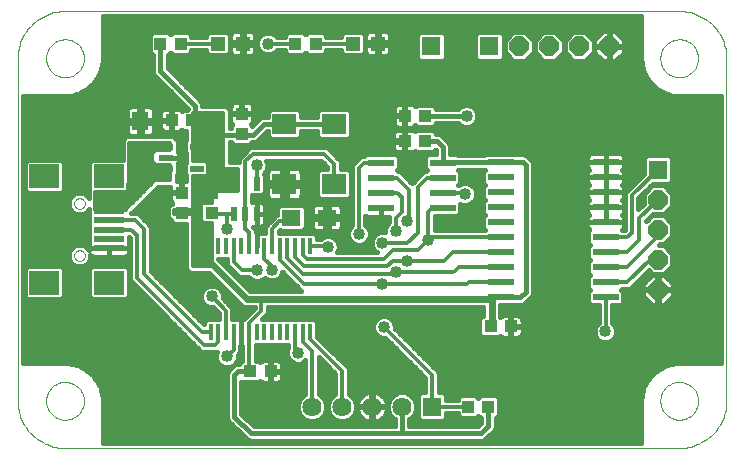
<source format=gtl>
G75*
G70*
%OFA0B0*%
%FSLAX24Y24*%
%IPPOS*%
%LPD*%
%AMOC8*
5,1,8,0,0,1.08239X$1,22.5*
%
%ADD10R,0.0640X0.0640*%
%ADD11OC8,0.0640*%
%ADD12R,0.0394X0.0433*%
%ADD13R,0.0433X0.0394*%
%ADD14R,0.0984X0.0197*%
%ADD15R,0.0984X0.0787*%
%ADD16C,0.0000*%
%ADD17R,0.0472X0.0217*%
%ADD18R,0.0551X0.0630*%
%ADD19R,0.0137X0.0550*%
%ADD20R,0.0630X0.0551*%
%ADD21R,0.0787X0.0709*%
%ADD22R,0.0217X0.0472*%
%ADD23C,0.0640*%
%ADD24R,0.0472X0.0472*%
%ADD25R,0.0866X0.0236*%
%ADD26C,0.0160*%
%ADD27C,0.0400*%
%ADD28C,0.0120*%
%ADD29C,0.0240*%
D10*
X018205Y008312D03*
X025739Y016218D03*
X020111Y020320D03*
X018174Y020320D03*
D11*
X021111Y020320D03*
X022111Y020320D03*
X023111Y020320D03*
X024111Y020320D03*
X025739Y015218D03*
X025739Y014218D03*
X025739Y013218D03*
X025739Y012218D03*
D12*
X020083Y008312D03*
X019414Y008312D03*
X009860Y014778D03*
X009860Y015447D03*
X011860Y017403D03*
X011860Y018072D03*
X013650Y020418D03*
X014320Y020418D03*
X017298Y018007D03*
X017967Y018007D03*
X009820Y020418D03*
X009150Y020418D03*
D13*
X009525Y017862D03*
X010195Y017862D03*
X010860Y015447D03*
X010860Y014778D03*
X017298Y017170D03*
X017967Y017170D03*
X020154Y010987D03*
X020823Y010987D03*
X012820Y009487D03*
X012150Y009487D03*
D14*
X007438Y013588D03*
X007438Y013903D03*
X007438Y014218D03*
X007438Y014533D03*
X007438Y014848D03*
D15*
X007438Y015989D03*
X005272Y015989D03*
X005272Y012446D03*
X007438Y012446D03*
D16*
X005969Y006934D02*
X026442Y006934D01*
X026519Y006936D01*
X026596Y006942D01*
X026673Y006951D01*
X026749Y006964D01*
X026825Y006981D01*
X026899Y007002D01*
X026973Y007026D01*
X027045Y007054D01*
X027115Y007085D01*
X027184Y007120D01*
X027252Y007158D01*
X027317Y007199D01*
X027380Y007244D01*
X027441Y007292D01*
X027500Y007342D01*
X027556Y007395D01*
X027609Y007451D01*
X027659Y007510D01*
X027707Y007571D01*
X027752Y007634D01*
X027793Y007699D01*
X027831Y007767D01*
X027866Y007836D01*
X027897Y007906D01*
X027925Y007978D01*
X027949Y008052D01*
X027970Y008126D01*
X027987Y008202D01*
X028000Y008278D01*
X028009Y008355D01*
X028015Y008432D01*
X028017Y008509D01*
X028016Y008509D02*
X028016Y019926D01*
X028017Y019926D02*
X028015Y020003D01*
X028009Y020080D01*
X028000Y020157D01*
X027987Y020233D01*
X027970Y020309D01*
X027949Y020383D01*
X027925Y020457D01*
X027897Y020529D01*
X027866Y020599D01*
X027831Y020668D01*
X027793Y020736D01*
X027752Y020801D01*
X027707Y020864D01*
X027659Y020925D01*
X027609Y020984D01*
X027556Y021040D01*
X027500Y021093D01*
X027441Y021143D01*
X027380Y021191D01*
X027317Y021236D01*
X027252Y021277D01*
X027184Y021315D01*
X027115Y021350D01*
X027045Y021381D01*
X026973Y021409D01*
X026899Y021433D01*
X026825Y021454D01*
X026749Y021471D01*
X026673Y021484D01*
X026596Y021493D01*
X026519Y021499D01*
X026442Y021501D01*
X005969Y021501D01*
X005892Y021499D01*
X005815Y021493D01*
X005738Y021484D01*
X005662Y021471D01*
X005586Y021454D01*
X005512Y021433D01*
X005438Y021409D01*
X005366Y021381D01*
X005296Y021350D01*
X005227Y021315D01*
X005159Y021277D01*
X005094Y021236D01*
X005031Y021191D01*
X004970Y021143D01*
X004911Y021093D01*
X004855Y021040D01*
X004802Y020984D01*
X004752Y020925D01*
X004704Y020864D01*
X004659Y020801D01*
X004618Y020736D01*
X004580Y020668D01*
X004545Y020599D01*
X004514Y020529D01*
X004486Y020457D01*
X004462Y020383D01*
X004441Y020309D01*
X004424Y020233D01*
X004411Y020157D01*
X004402Y020080D01*
X004396Y020003D01*
X004394Y019926D01*
X004394Y008509D01*
X004396Y008432D01*
X004402Y008355D01*
X004411Y008278D01*
X004424Y008202D01*
X004441Y008126D01*
X004462Y008052D01*
X004486Y007978D01*
X004514Y007906D01*
X004545Y007836D01*
X004580Y007767D01*
X004618Y007699D01*
X004659Y007634D01*
X004704Y007571D01*
X004752Y007510D01*
X004802Y007451D01*
X004855Y007395D01*
X004911Y007342D01*
X004970Y007292D01*
X005031Y007244D01*
X005094Y007199D01*
X005159Y007158D01*
X005227Y007120D01*
X005296Y007085D01*
X005366Y007054D01*
X005438Y007026D01*
X005512Y007002D01*
X005586Y006981D01*
X005662Y006964D01*
X005738Y006951D01*
X005815Y006942D01*
X005892Y006936D01*
X005969Y006934D01*
X005892Y006936D01*
X005815Y006942D01*
X005738Y006951D01*
X005662Y006964D01*
X005586Y006981D01*
X005512Y007002D01*
X005438Y007026D01*
X005366Y007054D01*
X005296Y007085D01*
X005227Y007120D01*
X005159Y007158D01*
X005094Y007199D01*
X005031Y007244D01*
X004970Y007292D01*
X004911Y007342D01*
X004855Y007395D01*
X004802Y007451D01*
X004752Y007510D01*
X004704Y007571D01*
X004659Y007634D01*
X004618Y007699D01*
X004580Y007767D01*
X004545Y007836D01*
X004514Y007906D01*
X004486Y007978D01*
X004462Y008052D01*
X004441Y008126D01*
X004424Y008202D01*
X004411Y008278D01*
X004402Y008355D01*
X004396Y008432D01*
X004394Y008509D01*
X005339Y008509D02*
X005341Y008559D01*
X005347Y008609D01*
X005357Y008658D01*
X005371Y008706D01*
X005388Y008753D01*
X005409Y008798D01*
X005434Y008842D01*
X005462Y008883D01*
X005494Y008922D01*
X005528Y008959D01*
X005565Y008993D01*
X005605Y009023D01*
X005647Y009050D01*
X005691Y009074D01*
X005737Y009095D01*
X005784Y009111D01*
X005832Y009124D01*
X005882Y009133D01*
X005931Y009138D01*
X005982Y009139D01*
X006032Y009136D01*
X006081Y009129D01*
X006130Y009118D01*
X006178Y009103D01*
X006224Y009085D01*
X006269Y009063D01*
X006312Y009037D01*
X006353Y009008D01*
X006392Y008976D01*
X006428Y008941D01*
X006460Y008903D01*
X006490Y008863D01*
X006517Y008820D01*
X006540Y008776D01*
X006559Y008730D01*
X006575Y008682D01*
X006587Y008633D01*
X006595Y008584D01*
X006599Y008534D01*
X006599Y008484D01*
X006595Y008434D01*
X006587Y008385D01*
X006575Y008336D01*
X006559Y008288D01*
X006540Y008242D01*
X006517Y008198D01*
X006490Y008155D01*
X006460Y008115D01*
X006428Y008077D01*
X006392Y008042D01*
X006353Y008010D01*
X006312Y007981D01*
X006269Y007955D01*
X006224Y007933D01*
X006178Y007915D01*
X006130Y007900D01*
X006081Y007889D01*
X006032Y007882D01*
X005982Y007879D01*
X005931Y007880D01*
X005882Y007885D01*
X005832Y007894D01*
X005784Y007907D01*
X005737Y007923D01*
X005691Y007944D01*
X005647Y007968D01*
X005605Y007995D01*
X005565Y008025D01*
X005528Y008059D01*
X005494Y008096D01*
X005462Y008135D01*
X005434Y008176D01*
X005409Y008220D01*
X005388Y008265D01*
X005371Y008312D01*
X005357Y008360D01*
X005347Y008409D01*
X005341Y008459D01*
X005339Y008509D01*
X006276Y013351D02*
X006278Y013377D01*
X006284Y013403D01*
X006294Y013428D01*
X006307Y013451D01*
X006323Y013471D01*
X006343Y013489D01*
X006365Y013504D01*
X006388Y013516D01*
X006414Y013524D01*
X006440Y013528D01*
X006466Y013528D01*
X006492Y013524D01*
X006518Y013516D01*
X006542Y013504D01*
X006563Y013489D01*
X006583Y013471D01*
X006599Y013451D01*
X006612Y013428D01*
X006622Y013403D01*
X006628Y013377D01*
X006630Y013351D01*
X006628Y013325D01*
X006622Y013299D01*
X006612Y013274D01*
X006599Y013251D01*
X006583Y013231D01*
X006563Y013213D01*
X006541Y013198D01*
X006518Y013186D01*
X006492Y013178D01*
X006466Y013174D01*
X006440Y013174D01*
X006414Y013178D01*
X006388Y013186D01*
X006364Y013198D01*
X006343Y013213D01*
X006323Y013231D01*
X006307Y013251D01*
X006294Y013274D01*
X006284Y013299D01*
X006278Y013325D01*
X006276Y013351D01*
X006276Y015084D02*
X006278Y015110D01*
X006284Y015136D01*
X006294Y015161D01*
X006307Y015184D01*
X006323Y015204D01*
X006343Y015222D01*
X006365Y015237D01*
X006388Y015249D01*
X006414Y015257D01*
X006440Y015261D01*
X006466Y015261D01*
X006492Y015257D01*
X006518Y015249D01*
X006542Y015237D01*
X006563Y015222D01*
X006583Y015204D01*
X006599Y015184D01*
X006612Y015161D01*
X006622Y015136D01*
X006628Y015110D01*
X006630Y015084D01*
X006628Y015058D01*
X006622Y015032D01*
X006612Y015007D01*
X006599Y014984D01*
X006583Y014964D01*
X006563Y014946D01*
X006541Y014931D01*
X006518Y014919D01*
X006492Y014911D01*
X006466Y014907D01*
X006440Y014907D01*
X006414Y014911D01*
X006388Y014919D01*
X006364Y014931D01*
X006343Y014946D01*
X006323Y014964D01*
X006307Y014984D01*
X006294Y015007D01*
X006284Y015032D01*
X006278Y015058D01*
X006276Y015084D01*
X004394Y019926D02*
X004396Y020003D01*
X004402Y020080D01*
X004411Y020157D01*
X004424Y020233D01*
X004441Y020309D01*
X004462Y020383D01*
X004486Y020457D01*
X004514Y020529D01*
X004545Y020599D01*
X004580Y020668D01*
X004618Y020736D01*
X004659Y020801D01*
X004704Y020864D01*
X004752Y020925D01*
X004802Y020984D01*
X004855Y021040D01*
X004911Y021093D01*
X004970Y021143D01*
X005031Y021191D01*
X005094Y021236D01*
X005159Y021277D01*
X005227Y021315D01*
X005296Y021350D01*
X005366Y021381D01*
X005438Y021409D01*
X005512Y021433D01*
X005586Y021454D01*
X005662Y021471D01*
X005738Y021484D01*
X005815Y021493D01*
X005892Y021499D01*
X005969Y021501D01*
X005339Y019926D02*
X005341Y019976D01*
X005347Y020026D01*
X005357Y020075D01*
X005371Y020123D01*
X005388Y020170D01*
X005409Y020215D01*
X005434Y020259D01*
X005462Y020300D01*
X005494Y020339D01*
X005528Y020376D01*
X005565Y020410D01*
X005605Y020440D01*
X005647Y020467D01*
X005691Y020491D01*
X005737Y020512D01*
X005784Y020528D01*
X005832Y020541D01*
X005882Y020550D01*
X005931Y020555D01*
X005982Y020556D01*
X006032Y020553D01*
X006081Y020546D01*
X006130Y020535D01*
X006178Y020520D01*
X006224Y020502D01*
X006269Y020480D01*
X006312Y020454D01*
X006353Y020425D01*
X006392Y020393D01*
X006428Y020358D01*
X006460Y020320D01*
X006490Y020280D01*
X006517Y020237D01*
X006540Y020193D01*
X006559Y020147D01*
X006575Y020099D01*
X006587Y020050D01*
X006595Y020001D01*
X006599Y019951D01*
X006599Y019901D01*
X006595Y019851D01*
X006587Y019802D01*
X006575Y019753D01*
X006559Y019705D01*
X006540Y019659D01*
X006517Y019615D01*
X006490Y019572D01*
X006460Y019532D01*
X006428Y019494D01*
X006392Y019459D01*
X006353Y019427D01*
X006312Y019398D01*
X006269Y019372D01*
X006224Y019350D01*
X006178Y019332D01*
X006130Y019317D01*
X006081Y019306D01*
X006032Y019299D01*
X005982Y019296D01*
X005931Y019297D01*
X005882Y019302D01*
X005832Y019311D01*
X005784Y019324D01*
X005737Y019340D01*
X005691Y019361D01*
X005647Y019385D01*
X005605Y019412D01*
X005565Y019442D01*
X005528Y019476D01*
X005494Y019513D01*
X005462Y019552D01*
X005434Y019593D01*
X005409Y019637D01*
X005388Y019682D01*
X005371Y019729D01*
X005357Y019777D01*
X005347Y019826D01*
X005341Y019876D01*
X005339Y019926D01*
X026442Y021501D02*
X026519Y021499D01*
X026596Y021493D01*
X026673Y021484D01*
X026749Y021471D01*
X026825Y021454D01*
X026899Y021433D01*
X026973Y021409D01*
X027045Y021381D01*
X027115Y021350D01*
X027184Y021315D01*
X027252Y021277D01*
X027317Y021236D01*
X027380Y021191D01*
X027441Y021143D01*
X027500Y021093D01*
X027556Y021040D01*
X027609Y020984D01*
X027659Y020925D01*
X027707Y020864D01*
X027752Y020801D01*
X027793Y020736D01*
X027831Y020668D01*
X027866Y020599D01*
X027897Y020529D01*
X027925Y020457D01*
X027949Y020383D01*
X027970Y020309D01*
X027987Y020233D01*
X028000Y020157D01*
X028009Y020080D01*
X028015Y020003D01*
X028017Y019926D01*
X025812Y019926D02*
X025814Y019976D01*
X025820Y020026D01*
X025830Y020075D01*
X025844Y020123D01*
X025861Y020170D01*
X025882Y020215D01*
X025907Y020259D01*
X025935Y020300D01*
X025967Y020339D01*
X026001Y020376D01*
X026038Y020410D01*
X026078Y020440D01*
X026120Y020467D01*
X026164Y020491D01*
X026210Y020512D01*
X026257Y020528D01*
X026305Y020541D01*
X026355Y020550D01*
X026404Y020555D01*
X026455Y020556D01*
X026505Y020553D01*
X026554Y020546D01*
X026603Y020535D01*
X026651Y020520D01*
X026697Y020502D01*
X026742Y020480D01*
X026785Y020454D01*
X026826Y020425D01*
X026865Y020393D01*
X026901Y020358D01*
X026933Y020320D01*
X026963Y020280D01*
X026990Y020237D01*
X027013Y020193D01*
X027032Y020147D01*
X027048Y020099D01*
X027060Y020050D01*
X027068Y020001D01*
X027072Y019951D01*
X027072Y019901D01*
X027068Y019851D01*
X027060Y019802D01*
X027048Y019753D01*
X027032Y019705D01*
X027013Y019659D01*
X026990Y019615D01*
X026963Y019572D01*
X026933Y019532D01*
X026901Y019494D01*
X026865Y019459D01*
X026826Y019427D01*
X026785Y019398D01*
X026742Y019372D01*
X026697Y019350D01*
X026651Y019332D01*
X026603Y019317D01*
X026554Y019306D01*
X026505Y019299D01*
X026455Y019296D01*
X026404Y019297D01*
X026355Y019302D01*
X026305Y019311D01*
X026257Y019324D01*
X026210Y019340D01*
X026164Y019361D01*
X026120Y019385D01*
X026078Y019412D01*
X026038Y019442D01*
X026001Y019476D01*
X025967Y019513D01*
X025935Y019552D01*
X025907Y019593D01*
X025882Y019637D01*
X025861Y019682D01*
X025844Y019729D01*
X025830Y019777D01*
X025820Y019826D01*
X025814Y019876D01*
X025812Y019926D01*
X028017Y008509D02*
X028015Y008432D01*
X028009Y008355D01*
X028000Y008278D01*
X027987Y008202D01*
X027970Y008126D01*
X027949Y008052D01*
X027925Y007978D01*
X027897Y007906D01*
X027866Y007836D01*
X027831Y007767D01*
X027793Y007699D01*
X027752Y007634D01*
X027707Y007571D01*
X027659Y007510D01*
X027609Y007451D01*
X027556Y007395D01*
X027500Y007342D01*
X027441Y007292D01*
X027380Y007244D01*
X027317Y007199D01*
X027252Y007158D01*
X027184Y007120D01*
X027115Y007085D01*
X027045Y007054D01*
X026973Y007026D01*
X026899Y007002D01*
X026825Y006981D01*
X026749Y006964D01*
X026673Y006951D01*
X026596Y006942D01*
X026519Y006936D01*
X026442Y006934D01*
X025812Y008509D02*
X025814Y008559D01*
X025820Y008609D01*
X025830Y008658D01*
X025844Y008706D01*
X025861Y008753D01*
X025882Y008798D01*
X025907Y008842D01*
X025935Y008883D01*
X025967Y008922D01*
X026001Y008959D01*
X026038Y008993D01*
X026078Y009023D01*
X026120Y009050D01*
X026164Y009074D01*
X026210Y009095D01*
X026257Y009111D01*
X026305Y009124D01*
X026355Y009133D01*
X026404Y009138D01*
X026455Y009139D01*
X026505Y009136D01*
X026554Y009129D01*
X026603Y009118D01*
X026651Y009103D01*
X026697Y009085D01*
X026742Y009063D01*
X026785Y009037D01*
X026826Y009008D01*
X026865Y008976D01*
X026901Y008941D01*
X026933Y008903D01*
X026963Y008863D01*
X026990Y008820D01*
X027013Y008776D01*
X027032Y008730D01*
X027048Y008682D01*
X027060Y008633D01*
X027068Y008584D01*
X027072Y008534D01*
X027072Y008484D01*
X027068Y008434D01*
X027060Y008385D01*
X027048Y008336D01*
X027032Y008288D01*
X027013Y008242D01*
X026990Y008198D01*
X026963Y008155D01*
X026933Y008115D01*
X026901Y008077D01*
X026865Y008042D01*
X026826Y008010D01*
X026785Y007981D01*
X026742Y007955D01*
X026697Y007933D01*
X026651Y007915D01*
X026603Y007900D01*
X026554Y007889D01*
X026505Y007882D01*
X026455Y007879D01*
X026404Y007880D01*
X026355Y007885D01*
X026305Y007894D01*
X026257Y007907D01*
X026210Y007923D01*
X026164Y007944D01*
X026120Y007968D01*
X026078Y007995D01*
X026038Y008025D01*
X026001Y008059D01*
X025967Y008096D01*
X025935Y008135D01*
X025907Y008176D01*
X025882Y008220D01*
X025861Y008265D01*
X025844Y008312D01*
X025830Y008360D01*
X025820Y008409D01*
X025814Y008459D01*
X025812Y008509D01*
D17*
X010372Y016238D03*
X010372Y016986D03*
X009348Y016986D03*
X009348Y016612D03*
X009348Y016238D03*
D18*
X008485Y016647D03*
X008485Y017828D03*
D19*
X010821Y013677D03*
X011077Y013677D03*
X011333Y013677D03*
X011589Y013677D03*
X011845Y013677D03*
X012101Y013677D03*
X012357Y013677D03*
X012613Y013677D03*
X012869Y013677D03*
X013125Y013677D03*
X013381Y013677D03*
X013636Y013677D03*
X013892Y013677D03*
X014148Y013677D03*
X014148Y010798D03*
X013892Y010798D03*
X013636Y010798D03*
X013381Y010798D03*
X013125Y010798D03*
X012869Y010798D03*
X012613Y010798D03*
X012357Y010798D03*
X012101Y010798D03*
X011845Y010798D03*
X011589Y010798D03*
X011333Y010798D03*
X011077Y010798D03*
X010821Y010798D03*
D20*
X013519Y014612D03*
X014700Y014612D03*
D21*
X014937Y015737D03*
X013283Y015737D03*
X013283Y017737D03*
X014937Y017737D03*
D22*
X012359Y015749D03*
X011611Y015749D03*
X011611Y014726D03*
X011985Y014726D03*
X012359Y014726D03*
D23*
X014205Y008312D03*
X015205Y008312D03*
X016205Y008312D03*
X017205Y008312D03*
D24*
X016398Y020418D03*
X015571Y020418D03*
X011898Y020418D03*
X011071Y020418D03*
D25*
X016510Y016444D03*
X016510Y015944D03*
X016510Y015444D03*
X016510Y014944D03*
X018558Y014944D03*
X018558Y015444D03*
X018558Y015944D03*
X018558Y016444D03*
X020489Y016468D03*
X020489Y015968D03*
X020489Y015468D03*
X020489Y014968D03*
X020489Y014468D03*
X020489Y013968D03*
X020489Y013468D03*
X020489Y012968D03*
X020489Y012468D03*
X020489Y011968D03*
X023989Y011968D03*
X023989Y012468D03*
X023989Y012968D03*
X023989Y013468D03*
X023989Y013968D03*
X023989Y014468D03*
X023989Y014968D03*
X023989Y015468D03*
X023989Y015968D03*
X023989Y016468D03*
D26*
X023989Y016468D01*
X023989Y016766D01*
X024446Y016766D01*
X024491Y016753D01*
X024532Y016730D01*
X024566Y016696D01*
X024590Y016655D01*
X024602Y016609D01*
X024602Y016468D01*
X023989Y016468D01*
X023989Y016467D01*
X023989Y016170D01*
X023989Y015968D01*
X023989Y015968D01*
X024602Y015968D01*
X024602Y016109D01*
X024590Y016155D01*
X024566Y016196D01*
X024545Y016218D01*
X024566Y016239D01*
X024590Y016280D01*
X024602Y016326D01*
X024602Y016467D01*
X023989Y016467D01*
X023989Y016467D01*
X023989Y016170D01*
X023989Y015968D01*
X023989Y015967D01*
X023989Y015766D01*
X023989Y015468D01*
X023989Y015468D01*
X024602Y015468D01*
X024602Y015609D01*
X024590Y015655D01*
X024566Y015696D01*
X024545Y015718D01*
X024566Y015739D01*
X024590Y015780D01*
X024602Y015826D01*
X024602Y015967D01*
X023989Y015967D01*
X023989Y015967D01*
X023989Y015766D01*
X023989Y015468D01*
X023989Y015467D01*
X023989Y015170D01*
X023989Y014968D01*
X023989Y014968D01*
X024602Y014968D01*
X024602Y015109D01*
X024590Y015155D01*
X024566Y015196D01*
X024545Y015218D01*
X024566Y015239D01*
X024590Y015280D01*
X024602Y015326D01*
X024602Y015467D01*
X023989Y015467D01*
X023989Y015467D01*
X023989Y015266D01*
X023989Y014968D01*
X023989Y014967D01*
X023989Y014670D01*
X023989Y014468D01*
X023989Y014468D01*
X024602Y014468D01*
X024602Y014609D01*
X024590Y014655D01*
X024566Y014696D01*
X024545Y014718D01*
X024566Y014739D01*
X024590Y014780D01*
X024602Y014826D01*
X024602Y014967D01*
X023989Y014967D01*
X023989Y014967D01*
X023989Y014670D01*
X023989Y014468D01*
X023989Y014467D01*
X024602Y014467D01*
X024602Y014326D01*
X024590Y014280D01*
X024566Y014239D01*
X024532Y014205D01*
X024530Y014204D01*
X024546Y014188D01*
X024628Y014188D01*
X024644Y014203D01*
X024644Y015273D01*
X024643Y015274D01*
X024644Y015363D01*
X024644Y015453D01*
X024645Y015454D01*
X024645Y015456D01*
X024710Y015519D01*
X024773Y015582D01*
X024774Y015582D01*
X025259Y016056D01*
X025259Y016604D01*
X025353Y016698D01*
X026125Y016698D01*
X026219Y016604D01*
X026219Y015831D01*
X026125Y015738D01*
X025562Y015738D01*
X025084Y015270D01*
X025084Y014889D01*
X025259Y015059D01*
X025259Y015416D01*
X025540Y015698D01*
X025938Y015698D01*
X026219Y015416D01*
X026219Y015019D01*
X025938Y014738D01*
X025559Y014738D01*
X025334Y014519D01*
X025334Y014491D01*
X025540Y014698D01*
X025938Y014698D01*
X026219Y014416D01*
X026219Y014019D01*
X025938Y013738D01*
X025800Y013738D01*
X025760Y013698D01*
X025938Y013698D01*
X026219Y013416D01*
X026219Y013019D01*
X025938Y012738D01*
X025540Y012738D01*
X025420Y012858D01*
X024810Y012248D01*
X024628Y012248D01*
X024546Y012248D01*
X024516Y012218D01*
X024582Y012152D01*
X024582Y011783D01*
X024488Y011690D01*
X024209Y011690D01*
X024209Y011103D01*
X024286Y011026D01*
X024341Y010894D01*
X024341Y010750D01*
X024286Y010618D01*
X024185Y010517D01*
X024053Y010462D01*
X023909Y010462D01*
X023777Y010517D01*
X023676Y010618D01*
X023621Y010750D01*
X023621Y010894D01*
X023676Y011026D01*
X023769Y011119D01*
X023769Y011690D01*
X023489Y011690D01*
X023396Y011783D01*
X023396Y012152D01*
X023461Y012218D01*
X023396Y012283D01*
X023396Y012652D01*
X023461Y012718D01*
X023396Y012783D01*
X023396Y013152D01*
X023461Y013218D01*
X023396Y013283D01*
X023396Y013652D01*
X023461Y013718D01*
X023396Y013783D01*
X023396Y014152D01*
X023448Y014204D01*
X023445Y014205D01*
X023412Y014239D01*
X023388Y014280D01*
X023376Y014326D01*
X023376Y014467D01*
X023988Y014467D01*
X023988Y014468D01*
X023376Y014468D01*
X023376Y014609D01*
X023388Y014655D01*
X023412Y014696D01*
X023433Y014718D01*
X023412Y014739D01*
X023388Y014780D01*
X023376Y014826D01*
X023376Y014967D01*
X023988Y014967D01*
X023988Y014968D01*
X023376Y014968D01*
X023376Y015109D01*
X023388Y015155D01*
X023412Y015196D01*
X023433Y015218D01*
X023412Y015239D01*
X023388Y015280D01*
X023376Y015326D01*
X023376Y015467D01*
X023988Y015467D01*
X023988Y015468D01*
X023376Y015468D01*
X023376Y015609D01*
X023388Y015655D01*
X023412Y015696D01*
X023433Y015718D01*
X023412Y015739D01*
X023388Y015780D01*
X023376Y015826D01*
X023376Y015967D01*
X023988Y015967D01*
X023988Y015968D01*
X023376Y015968D01*
X023376Y016109D01*
X023388Y016155D01*
X023412Y016196D01*
X023433Y016218D01*
X023412Y016239D01*
X023388Y016280D01*
X023376Y016326D01*
X023376Y016467D01*
X023988Y016467D01*
X023988Y016468D01*
X023376Y016468D01*
X023376Y016609D01*
X023388Y016655D01*
X023412Y016696D01*
X023445Y016730D01*
X023486Y016753D01*
X023532Y016766D01*
X023989Y016766D01*
X023989Y016468D01*
X023989Y016447D02*
X023989Y016447D01*
X023989Y016605D02*
X023989Y016605D01*
X023989Y016764D02*
X023989Y016764D01*
X023525Y016764D02*
X018808Y016764D01*
X018808Y016722D02*
X018808Y017021D01*
X018771Y017109D01*
X018704Y017177D01*
X018507Y017374D01*
X018418Y017410D01*
X018344Y017410D01*
X018344Y017434D01*
X018250Y017527D01*
X017684Y017527D01*
X017647Y017489D01*
X017625Y017511D01*
X017584Y017535D01*
X017538Y017547D01*
X017316Y017547D01*
X017316Y017189D01*
X017279Y017189D01*
X017279Y017152D01*
X016901Y017152D01*
X016901Y016950D01*
X016914Y016904D01*
X016937Y016863D01*
X016971Y016829D01*
X017012Y016806D01*
X017058Y016794D01*
X017279Y016794D01*
X017279Y017152D01*
X017316Y017152D01*
X017316Y016794D01*
X017538Y016794D01*
X017584Y016806D01*
X017625Y016829D01*
X017647Y016851D01*
X017684Y016814D01*
X018250Y016814D01*
X018319Y016883D01*
X018328Y016874D01*
X018328Y016722D01*
X018058Y016722D01*
X017965Y016628D01*
X017965Y016260D01*
X018030Y016194D01*
X018000Y016164D01*
X017939Y016164D01*
X017640Y015865D01*
X017534Y015759D01*
X017527Y015766D01*
X017258Y016035D01*
X017258Y016035D01*
X017129Y016164D01*
X017068Y016164D01*
X017038Y016194D01*
X017104Y016260D01*
X017104Y016628D01*
X017010Y016722D01*
X016011Y016722D01*
X015953Y016664D01*
X015831Y016664D01*
X015671Y016505D01*
X015542Y016376D01*
X015542Y014359D01*
X015457Y014274D01*
X015402Y014142D01*
X015402Y013998D01*
X015457Y013866D01*
X015559Y013765D01*
X015691Y013710D01*
X015834Y013710D01*
X015966Y013765D01*
X016068Y013866D01*
X016122Y013998D01*
X016122Y014142D01*
X016068Y014274D01*
X015982Y014359D01*
X015982Y014673D01*
X016008Y014658D01*
X016054Y014646D01*
X016510Y014646D01*
X016510Y014944D01*
X016511Y014944D01*
X016511Y014646D01*
X016773Y014646D01*
X016773Y014520D01*
X016773Y014458D01*
X016688Y014372D01*
X016633Y014240D01*
X016633Y014130D01*
X016621Y014135D01*
X016478Y014135D01*
X016346Y014080D01*
X016245Y013979D01*
X016190Y013846D01*
X016190Y013703D01*
X016245Y013571D01*
X016346Y013470D01*
X016385Y013453D01*
X015048Y013453D01*
X015095Y013567D01*
X015095Y013711D01*
X015040Y013843D01*
X014939Y013944D01*
X014806Y013999D01*
X014663Y013999D01*
X014531Y013944D01*
X014484Y013897D01*
X014377Y013897D01*
X014377Y014018D01*
X014283Y014112D01*
X014027Y014112D01*
X013771Y014112D01*
X013515Y014112D01*
X013259Y014112D01*
X013089Y014112D01*
X013089Y014155D01*
X013124Y014191D01*
X013138Y014177D01*
X013901Y014177D01*
X013994Y014270D01*
X013994Y014954D01*
X013901Y015048D01*
X013138Y015048D01*
X013044Y014954D01*
X013044Y014707D01*
X013019Y014707D01*
X012890Y014578D01*
X012649Y014337D01*
X012649Y014155D01*
X012649Y014112D01*
X012508Y014112D01*
X012495Y014119D01*
X012449Y014132D01*
X012357Y014132D01*
X012357Y013677D01*
X012357Y013677D01*
X012357Y014132D01*
X012321Y014132D01*
X012321Y014212D01*
X012223Y014310D01*
X012227Y014309D01*
X012359Y014309D01*
X012491Y014309D01*
X012537Y014322D01*
X012578Y014345D01*
X012611Y014379D01*
X012635Y014420D01*
X012647Y014466D01*
X012647Y014725D01*
X012359Y014725D01*
X012359Y014309D01*
X012359Y014725D01*
X012359Y014725D01*
X012359Y014726D01*
X012359Y014726D01*
X012359Y015142D01*
X012491Y015142D01*
X012537Y015129D01*
X012578Y015106D01*
X012611Y015072D01*
X012635Y015031D01*
X012647Y014985D01*
X012647Y014726D01*
X012359Y014726D01*
X012359Y015142D01*
X012227Y015142D01*
X012205Y015136D01*
X012205Y015353D01*
X012533Y015353D01*
X012627Y015447D01*
X012627Y016052D01*
X012593Y016086D01*
X012665Y016158D01*
X012720Y016291D01*
X012720Y016434D01*
X012685Y016517D01*
X014519Y016517D01*
X014717Y016319D01*
X014717Y016252D01*
X014477Y016252D01*
X014383Y016158D01*
X014383Y015317D01*
X014477Y015223D01*
X015397Y015223D01*
X015490Y015317D01*
X015490Y016158D01*
X015397Y016252D01*
X015157Y016252D01*
X015157Y016319D01*
X015157Y016502D01*
X014830Y016828D01*
X014701Y016957D01*
X012326Y016957D01*
X012144Y016957D01*
X011894Y016707D01*
X011765Y016578D01*
X011765Y016457D01*
X011644Y016457D01*
X011455Y016457D01*
X011455Y017122D01*
X011503Y017122D01*
X011503Y017120D01*
X011597Y017026D01*
X012123Y017026D01*
X012217Y017120D01*
X012217Y017122D01*
X012283Y017122D01*
X012371Y017159D01*
X012438Y017226D01*
X012709Y017497D01*
X012729Y017497D01*
X012729Y017317D01*
X012823Y017223D01*
X013743Y017223D01*
X013837Y017317D01*
X013837Y017497D01*
X014383Y017497D01*
X014383Y017317D01*
X014477Y017223D01*
X015397Y017223D01*
X015490Y017317D01*
X015490Y018158D01*
X015397Y018252D01*
X014477Y018252D01*
X014383Y018158D01*
X014383Y017977D01*
X013837Y017977D01*
X013837Y018158D01*
X013743Y018252D01*
X012823Y018252D01*
X012729Y018158D01*
X012729Y017977D01*
X012658Y017977D01*
X012562Y017977D01*
X012474Y017941D01*
X012217Y017684D01*
X012217Y017685D01*
X012179Y017723D01*
X012201Y017745D01*
X012224Y017786D01*
X012237Y017832D01*
X012237Y018053D01*
X011879Y018053D01*
X011879Y018090D01*
X012237Y018090D01*
X012237Y018312D01*
X012224Y018358D01*
X012201Y018399D01*
X012167Y018433D01*
X012126Y018456D01*
X012080Y018468D01*
X011878Y018468D01*
X011878Y018091D01*
X011841Y018091D01*
X011841Y018468D01*
X011639Y018468D01*
X011594Y018456D01*
X011552Y018433D01*
X011519Y018399D01*
X011495Y018358D01*
X011483Y018312D01*
X011483Y018090D01*
X011841Y018090D01*
X011841Y018053D01*
X011483Y018053D01*
X011483Y017832D01*
X011495Y017786D01*
X011519Y017745D01*
X011541Y017723D01*
X011503Y017685D01*
X011503Y017602D01*
X011455Y017602D01*
X011455Y018203D01*
X011326Y018332D01*
X011144Y018332D01*
X010540Y018332D01*
X010540Y018399D01*
X010503Y018487D01*
X010436Y018555D01*
X009390Y019601D01*
X009390Y020042D01*
X009413Y020042D01*
X009485Y020113D01*
X009556Y020042D01*
X010083Y020042D01*
X010176Y020136D01*
X010176Y020198D01*
X010675Y020198D01*
X010675Y020116D01*
X010769Y020022D01*
X011374Y020022D01*
X011468Y020116D01*
X011468Y020721D01*
X011374Y020815D01*
X010769Y020815D01*
X010675Y020721D01*
X010675Y020638D01*
X010176Y020638D01*
X010176Y020701D01*
X010083Y020795D01*
X009556Y020795D01*
X009485Y020723D01*
X009413Y020795D01*
X008887Y020795D01*
X008793Y020701D01*
X008793Y020136D01*
X008887Y020042D01*
X008910Y020042D01*
X008910Y019549D01*
X008910Y019453D01*
X008947Y019365D01*
X010060Y018252D01*
X010060Y018248D01*
X010031Y018219D01*
X009912Y018219D01*
X009874Y018181D01*
X009852Y018203D01*
X009811Y018227D01*
X009765Y018239D01*
X009544Y018239D01*
X009544Y017881D01*
X009507Y017881D01*
X009507Y018239D01*
X009285Y018239D01*
X009239Y018227D01*
X009198Y018203D01*
X009165Y018170D01*
X009141Y018129D01*
X009129Y018083D01*
X009129Y017881D01*
X009507Y017881D01*
X009507Y017844D01*
X009544Y017844D01*
X009544Y017485D01*
X009765Y017485D01*
X009811Y017498D01*
X009852Y017521D01*
X009874Y017543D01*
X009912Y017505D01*
X010015Y017505D01*
X010015Y017200D01*
X009976Y017161D01*
X009976Y016812D01*
X010015Y016772D01*
X010015Y016452D01*
X009976Y016413D01*
X009976Y016064D01*
X010015Y016024D01*
X010015Y015843D01*
X009878Y015843D01*
X009878Y015466D01*
X009841Y015466D01*
X009841Y015843D01*
X009705Y015843D01*
X009705Y015953D01*
X009705Y016024D01*
X009744Y016064D01*
X009744Y016413D01*
X009741Y016416D01*
X009752Y016435D01*
X009764Y016480D01*
X009764Y016612D01*
X009348Y016612D01*
X009348Y016612D01*
X009764Y016612D01*
X009764Y016744D01*
X009752Y016790D01*
X009741Y016809D01*
X009744Y016812D01*
X009744Y017161D01*
X009705Y017200D01*
X009705Y017203D01*
X009576Y017332D01*
X009394Y017332D01*
X008019Y017332D01*
X007890Y017203D01*
X007890Y017021D01*
X007890Y016543D01*
X006879Y016543D01*
X006786Y016449D01*
X006786Y015849D01*
X006765Y015828D01*
X006765Y015646D01*
X006765Y015265D01*
X006756Y015286D01*
X006656Y015387D01*
X006524Y015441D01*
X006382Y015441D01*
X006251Y015387D01*
X006151Y015286D01*
X006096Y015155D01*
X006096Y015013D01*
X006151Y014881D01*
X006251Y014781D01*
X006382Y014727D01*
X006524Y014727D01*
X006656Y014781D01*
X006756Y014881D01*
X006765Y014903D01*
X006765Y014771D01*
X006786Y014751D01*
X006786Y014683D01*
X006786Y014368D01*
X006786Y014067D01*
X006786Y013769D01*
X006778Y013756D01*
X006766Y013710D01*
X006766Y013588D01*
X007437Y013588D01*
X007437Y013587D01*
X007438Y013587D01*
X007438Y013309D01*
X007953Y013309D01*
X007999Y013322D01*
X008040Y013345D01*
X008074Y013379D01*
X008097Y013420D01*
X008110Y013466D01*
X008110Y013587D01*
X007438Y013587D01*
X007438Y013588D01*
X008110Y013588D01*
X008110Y013710D01*
X008097Y013756D01*
X008090Y013769D01*
X008090Y013980D01*
X008140Y013930D01*
X008140Y012703D01*
X008140Y012521D01*
X010519Y010142D01*
X010701Y010142D01*
X011034Y010142D01*
X011000Y010059D01*
X011000Y009916D01*
X011055Y009783D01*
X011156Y009682D01*
X011288Y009627D01*
X011431Y009627D01*
X011564Y009682D01*
X011665Y009783D01*
X011720Y009916D01*
X011720Y010036D01*
X011809Y010126D01*
X011809Y010308D01*
X011809Y010343D01*
X011845Y010343D01*
X011845Y010798D01*
X011845Y011253D01*
X011753Y011253D01*
X011707Y011241D01*
X011694Y011233D01*
X011553Y011233D01*
X011553Y011423D01*
X011553Y011605D01*
X011220Y011938D01*
X011220Y012059D01*
X011165Y012191D01*
X011064Y012292D01*
X010931Y012347D01*
X010788Y012347D01*
X010656Y012292D01*
X010555Y012191D01*
X010500Y012059D01*
X010500Y011916D01*
X010555Y011783D01*
X010656Y011682D01*
X010788Y011627D01*
X010909Y011627D01*
X011113Y011423D01*
X011113Y011233D01*
X010956Y011233D01*
X010687Y011233D01*
X010593Y011139D01*
X010593Y011065D01*
X008830Y012828D01*
X008830Y014146D01*
X008830Y014328D01*
X008406Y014753D01*
X008223Y014753D01*
X008186Y014753D01*
X008205Y014771D01*
X009076Y015642D01*
X009483Y015642D01*
X009483Y015465D01*
X009841Y015465D01*
X009841Y015428D01*
X009483Y015428D01*
X009483Y015207D01*
X009495Y015161D01*
X009519Y015120D01*
X009541Y015098D01*
X009525Y015082D01*
X009519Y015082D01*
X009390Y014953D01*
X009390Y014771D01*
X009390Y014646D01*
X009503Y014533D01*
X009503Y014495D01*
X009597Y014401D01*
X010015Y014401D01*
X010015Y012896D01*
X010144Y012767D01*
X010326Y012767D01*
X010764Y012767D01*
X011864Y011667D01*
X011967Y011625D01*
X012078Y011625D01*
X012294Y011625D01*
X012294Y011602D01*
X011944Y011251D01*
X011937Y011253D01*
X011845Y011253D01*
X011845Y010798D01*
X011845Y010798D01*
X011845Y010798D01*
X011845Y010343D01*
X011881Y010343D01*
X011881Y009844D01*
X011867Y009844D01*
X011774Y009750D01*
X011774Y009727D01*
X011687Y009727D01*
X011599Y009691D01*
X011531Y009623D01*
X011474Y009566D01*
X011406Y009498D01*
X011370Y009410D01*
X011370Y008034D01*
X011370Y007939D01*
X011406Y007850D01*
X012034Y007223D01*
X012122Y007186D01*
X012218Y007186D01*
X017142Y007186D01*
X019799Y007186D01*
X019895Y007186D01*
X019983Y007223D01*
X020287Y007527D01*
X020323Y007615D01*
X020323Y007710D01*
X020323Y007936D01*
X020346Y007936D01*
X020440Y008029D01*
X020440Y008595D01*
X020346Y008689D01*
X019820Y008689D01*
X019749Y008617D01*
X019677Y008689D01*
X019151Y008689D01*
X019057Y008595D01*
X019057Y008532D01*
X018685Y008532D01*
X018685Y008698D01*
X018592Y008792D01*
X018425Y008792D01*
X018425Y009272D01*
X018425Y009454D01*
X016959Y010921D01*
X016959Y011041D01*
X016904Y011174D01*
X016803Y011275D01*
X016671Y011330D01*
X016527Y011330D01*
X016395Y011275D01*
X016294Y011174D01*
X016239Y011041D01*
X016239Y010898D01*
X016294Y010766D01*
X016395Y010664D01*
X016527Y010610D01*
X016648Y010610D01*
X017985Y009272D01*
X017985Y008792D01*
X017819Y008792D01*
X017725Y008698D01*
X017725Y007926D01*
X017819Y007832D01*
X018592Y007832D01*
X018685Y007926D01*
X018685Y008092D01*
X019057Y008092D01*
X019057Y008029D01*
X019151Y007936D01*
X019677Y007936D01*
X019749Y008007D01*
X019820Y007936D01*
X019843Y007936D01*
X019843Y007762D01*
X019748Y007666D01*
X017445Y007666D01*
X017445Y007892D01*
X017477Y007905D01*
X017612Y008040D01*
X017685Y008217D01*
X017685Y008408D01*
X017612Y008584D01*
X017477Y008719D01*
X017301Y008792D01*
X017110Y008792D01*
X016933Y008719D01*
X016798Y008584D01*
X016725Y008408D01*
X016725Y008217D01*
X016798Y008040D01*
X016933Y007905D01*
X016965Y007892D01*
X016965Y007666D01*
X012269Y007666D01*
X011850Y008086D01*
X011850Y009148D01*
X011867Y009130D01*
X012433Y009130D01*
X012471Y009168D01*
X012492Y009146D01*
X012534Y009123D01*
X012579Y009110D01*
X012801Y009110D01*
X012801Y009469D01*
X012838Y009469D01*
X012838Y009506D01*
X012801Y009506D01*
X012801Y009864D01*
X012579Y009864D01*
X012534Y009852D01*
X012492Y009828D01*
X012471Y009806D01*
X012433Y009844D01*
X012321Y009844D01*
X012321Y010363D01*
X012492Y010363D01*
X012748Y010363D01*
X013004Y010363D01*
X013259Y010363D01*
X013416Y010363D01*
X013416Y010302D01*
X013416Y010284D01*
X013375Y010184D01*
X013375Y010041D01*
X013430Y009908D01*
X013531Y009807D01*
X013663Y009752D01*
X013806Y009752D01*
X013939Y009807D01*
X013985Y009854D01*
X013985Y008741D01*
X013933Y008719D01*
X013798Y008584D01*
X013725Y008408D01*
X013725Y008217D01*
X013798Y008040D01*
X013933Y007905D01*
X014110Y007832D01*
X014301Y007832D01*
X014477Y007905D01*
X014612Y008040D01*
X014685Y008217D01*
X014685Y008408D01*
X014612Y008584D01*
X014477Y008719D01*
X014425Y008741D01*
X014425Y009978D01*
X014985Y009418D01*
X014985Y008741D01*
X014933Y008719D01*
X014798Y008584D01*
X014725Y008408D01*
X014725Y008217D01*
X014798Y008040D01*
X014933Y007905D01*
X015110Y007832D01*
X015301Y007832D01*
X015477Y007905D01*
X015612Y008040D01*
X015685Y008217D01*
X015685Y008408D01*
X015612Y008584D01*
X015477Y008719D01*
X015425Y008741D01*
X015425Y009418D01*
X015425Y009600D01*
X014377Y010649D01*
X014377Y011139D01*
X014283Y011233D01*
X014027Y011233D01*
X013758Y011233D01*
X013515Y011233D01*
X013259Y011233D01*
X013004Y011233D01*
X012748Y011233D01*
X012547Y011233D01*
X012606Y011291D01*
X012734Y011420D01*
X012734Y011625D01*
X019916Y011625D01*
X019916Y011344D01*
X019871Y011344D01*
X019778Y011250D01*
X019778Y010724D01*
X019871Y010630D01*
X020437Y010630D01*
X020475Y010668D01*
X020496Y010646D01*
X020537Y010623D01*
X020583Y010610D01*
X020805Y010610D01*
X020805Y010969D01*
X020842Y010969D01*
X020842Y011006D01*
X020805Y011006D01*
X020805Y011364D01*
X020583Y011364D01*
X020537Y011352D01*
X020496Y011328D01*
X020476Y011308D01*
X020476Y011690D01*
X020988Y011690D01*
X021012Y011714D01*
X021174Y011714D01*
X021263Y011750D01*
X021330Y011818D01*
X021527Y012015D01*
X021563Y012103D01*
X021563Y012198D01*
X021563Y016431D01*
X021527Y016519D01*
X021459Y016586D01*
X021361Y016685D01*
X021273Y016721D01*
X021177Y016721D01*
X021012Y016721D01*
X020988Y016746D01*
X019989Y016746D01*
X019938Y016694D01*
X019085Y016694D01*
X019057Y016722D01*
X018808Y016722D01*
X018808Y016922D02*
X027836Y016922D01*
X027836Y016764D02*
X024453Y016764D01*
X024602Y016605D02*
X025260Y016605D01*
X025259Y016447D02*
X024602Y016447D01*
X024592Y016288D02*
X025259Y016288D01*
X025259Y016130D02*
X024596Y016130D01*
X024602Y015971D02*
X025172Y015971D01*
X025010Y015813D02*
X024598Y015813D01*
X024590Y015654D02*
X024848Y015654D01*
X024685Y015496D02*
X024602Y015496D01*
X024602Y015337D02*
X024644Y015337D01*
X024644Y015178D02*
X024576Y015178D01*
X024602Y015020D02*
X024644Y015020D01*
X024644Y014861D02*
X024602Y014861D01*
X024559Y014703D02*
X024644Y014703D01*
X024644Y014544D02*
X024602Y014544D01*
X024602Y014386D02*
X024644Y014386D01*
X024644Y014227D02*
X024554Y014227D01*
X023989Y014544D02*
X023989Y014544D01*
X023989Y014703D02*
X023989Y014703D01*
X023989Y014861D02*
X023989Y014861D01*
X023989Y015020D02*
X023989Y015020D01*
X023989Y015178D02*
X023989Y015178D01*
X023989Y015337D02*
X023989Y015337D01*
X023989Y015496D02*
X023989Y015496D01*
X023989Y015654D02*
X023989Y015654D01*
X023989Y015813D02*
X023989Y015813D01*
X023989Y015971D02*
X023989Y015971D01*
X023989Y016130D02*
X023989Y016130D01*
X023989Y016288D02*
X023989Y016288D01*
X023386Y016288D02*
X021563Y016288D01*
X021563Y016130D02*
X023381Y016130D01*
X023376Y015971D02*
X021563Y015971D01*
X021563Y015813D02*
X023379Y015813D01*
X023388Y015654D02*
X021563Y015654D01*
X021563Y015496D02*
X023376Y015496D01*
X023376Y015337D02*
X021563Y015337D01*
X021563Y015178D02*
X023401Y015178D01*
X023376Y015020D02*
X021563Y015020D01*
X021563Y014861D02*
X023376Y014861D01*
X023418Y014703D02*
X021563Y014703D01*
X021563Y014544D02*
X023376Y014544D01*
X023376Y014386D02*
X021563Y014386D01*
X021563Y014227D02*
X023424Y014227D01*
X023396Y014069D02*
X021563Y014069D01*
X021563Y013910D02*
X023396Y013910D01*
X023427Y013752D02*
X021563Y013752D01*
X021563Y013593D02*
X023396Y013593D01*
X023396Y013434D02*
X021563Y013434D01*
X021563Y013276D02*
X023403Y013276D01*
X023396Y013117D02*
X021563Y013117D01*
X021563Y012959D02*
X023396Y012959D01*
X023396Y012800D02*
X021563Y012800D01*
X021563Y012642D02*
X023396Y012642D01*
X023396Y012483D02*
X021563Y012483D01*
X021563Y012325D02*
X023396Y012325D01*
X023410Y012166D02*
X021563Y012166D01*
X021520Y012008D02*
X023396Y012008D01*
X023396Y011849D02*
X021361Y011849D01*
X021127Y011954D02*
X020475Y011954D01*
X020245Y011954D01*
X020196Y011905D01*
X020475Y011954D02*
X020489Y011968D01*
X020476Y011532D02*
X023769Y011532D01*
X023769Y011373D02*
X020476Y011373D01*
X020259Y011092D02*
X020154Y010987D01*
X019778Y011056D02*
X016953Y011056D01*
X016982Y010898D02*
X019778Y010898D01*
X019778Y010739D02*
X017141Y010739D01*
X017299Y010581D02*
X023713Y010581D01*
X023626Y010739D02*
X021213Y010739D01*
X021208Y010721D02*
X021220Y010767D01*
X021220Y010969D01*
X020842Y010969D01*
X020842Y010610D01*
X021064Y010610D01*
X021109Y010623D01*
X021151Y010646D01*
X021184Y010680D01*
X021208Y010721D01*
X021220Y010898D02*
X023623Y010898D01*
X023706Y011056D02*
X021220Y011056D01*
X021220Y011006D02*
X021220Y011208D01*
X021208Y011254D01*
X021184Y011295D01*
X021151Y011328D01*
X021109Y011352D01*
X021064Y011364D01*
X020842Y011364D01*
X020842Y011006D01*
X021220Y011006D01*
X021218Y011215D02*
X023769Y011215D01*
X024209Y011215D02*
X027836Y011215D01*
X027836Y011373D02*
X024209Y011373D01*
X024209Y011532D02*
X027836Y011532D01*
X027836Y011690D02*
X024489Y011690D01*
X024582Y011849D02*
X025400Y011849D01*
X025532Y011718D02*
X025239Y012011D01*
X025239Y012198D01*
X025719Y012198D01*
X025719Y012238D01*
X025719Y012718D01*
X025532Y012718D01*
X025239Y012425D01*
X025239Y012238D01*
X025719Y012238D01*
X025759Y012238D01*
X025759Y012718D01*
X025946Y012718D01*
X026239Y012425D01*
X026239Y012238D01*
X025759Y012238D01*
X025759Y012198D01*
X026239Y012198D01*
X026239Y012011D01*
X025946Y011718D01*
X025759Y011718D01*
X025759Y012197D01*
X025719Y012197D01*
X025719Y011718D01*
X025532Y011718D01*
X025719Y011849D02*
X025759Y011849D01*
X025759Y012008D02*
X025719Y012008D01*
X025719Y012166D02*
X025759Y012166D01*
X025759Y012325D02*
X025719Y012325D01*
X025719Y012483D02*
X025759Y012483D01*
X025759Y012642D02*
X025719Y012642D01*
X025456Y012642D02*
X025204Y012642D01*
X025297Y012483D02*
X025046Y012483D01*
X024887Y012325D02*
X025239Y012325D01*
X025239Y012166D02*
X024568Y012166D01*
X024582Y012008D02*
X025242Y012008D01*
X025363Y012800D02*
X025477Y012800D01*
X026000Y012800D02*
X027836Y012800D01*
X027836Y012642D02*
X026022Y012642D01*
X026180Y012483D02*
X027836Y012483D01*
X027836Y012325D02*
X026239Y012325D01*
X026239Y012166D02*
X027836Y012166D01*
X027836Y012008D02*
X026236Y012008D01*
X026077Y011849D02*
X027836Y011849D01*
X027836Y011056D02*
X024256Y011056D01*
X024339Y010898D02*
X027836Y010898D01*
X027836Y010739D02*
X024336Y010739D01*
X024249Y010581D02*
X027836Y010581D01*
X027836Y010422D02*
X017458Y010422D01*
X017616Y010264D02*
X027836Y010264D01*
X027836Y010105D02*
X017775Y010105D01*
X017933Y009946D02*
X027836Y009946D01*
X027836Y009788D02*
X018092Y009788D01*
X018250Y009629D02*
X025868Y009629D01*
X025889Y009641D02*
X025788Y009586D01*
X025782Y009586D01*
X025760Y009570D01*
X025736Y009557D01*
X025734Y009551D01*
X025641Y009482D01*
X025635Y009482D01*
X025616Y009462D01*
X025594Y009446D01*
X025593Y009439D01*
X025511Y009358D01*
X025505Y009357D01*
X025488Y009335D01*
X025469Y009316D01*
X025469Y009309D01*
X025400Y009217D01*
X025394Y009215D01*
X025380Y009191D01*
X025364Y009169D01*
X025365Y009162D01*
X025310Y009061D01*
X025304Y009059D01*
X025294Y009033D01*
X025281Y009009D01*
X025283Y009003D01*
X025243Y008895D01*
X025237Y008891D01*
X025231Y008864D01*
X025222Y008839D01*
X025224Y008833D01*
X025200Y008720D01*
X025195Y008716D01*
X025193Y008688D01*
X025187Y008662D01*
X025191Y008656D01*
X025183Y008544D01*
X025180Y008542D01*
X025180Y008512D01*
X025178Y008482D01*
X025180Y008479D01*
X025180Y007114D01*
X007230Y007114D01*
X007230Y008479D01*
X007232Y008482D01*
X007230Y008512D01*
X007230Y008542D01*
X007228Y008544D01*
X007220Y008656D01*
X007223Y008662D01*
X007218Y008688D01*
X007216Y008716D01*
X007211Y008720D01*
X007186Y008833D01*
X007189Y008839D01*
X007179Y008864D01*
X007174Y008891D01*
X007168Y008895D01*
X007128Y009003D01*
X007130Y009009D01*
X007116Y009033D01*
X007107Y009059D01*
X007101Y009061D01*
X007046Y009162D01*
X007047Y009169D01*
X007030Y009191D01*
X007017Y009215D01*
X007011Y009217D01*
X006942Y009309D01*
X006942Y009316D01*
X006922Y009335D01*
X006906Y009357D01*
X006899Y009358D01*
X006818Y009439D01*
X006817Y009446D01*
X006795Y009462D01*
X006776Y009482D01*
X006769Y009482D01*
X006677Y009551D01*
X006675Y009557D01*
X006651Y009570D01*
X006629Y009586D01*
X006623Y009586D01*
X006521Y009641D01*
X006519Y009647D01*
X006493Y009656D01*
X006469Y009669D01*
X006463Y009668D01*
X006355Y009708D01*
X006351Y009713D01*
X006324Y009719D01*
X006299Y009729D01*
X006293Y009726D01*
X006180Y009751D01*
X006176Y009755D01*
X006148Y009757D01*
X006122Y009763D01*
X006116Y009760D01*
X006005Y009768D01*
X006002Y009770D01*
X005972Y009770D01*
X005942Y009772D01*
X005939Y009770D01*
X004574Y009770D01*
X004574Y018665D01*
X005939Y018665D01*
X005942Y018663D01*
X005972Y018665D01*
X006002Y018665D01*
X006005Y018668D01*
X006116Y018676D01*
X006122Y018672D01*
X006148Y018678D01*
X006176Y018680D01*
X006180Y018685D01*
X006293Y018709D01*
X006299Y018706D01*
X006324Y018716D01*
X006351Y018722D01*
X006355Y018727D01*
X006463Y018768D01*
X006469Y018766D01*
X006493Y018779D01*
X006519Y018789D01*
X006521Y018794D01*
X006623Y018850D01*
X006629Y018849D01*
X006651Y018865D01*
X006675Y018878D01*
X006677Y018885D01*
X006769Y018954D01*
X006776Y018954D01*
X006795Y018973D01*
X006817Y018989D01*
X006818Y018996D01*
X006899Y019077D01*
X006906Y019078D01*
X006922Y019100D01*
X006942Y019120D01*
X006942Y019126D01*
X007011Y019219D01*
X007017Y019220D01*
X007030Y019244D01*
X007047Y019266D01*
X007046Y019273D01*
X007101Y019374D01*
X007107Y019377D01*
X007116Y019402D01*
X007130Y019426D01*
X007128Y019433D01*
X007168Y019541D01*
X007174Y019544D01*
X007179Y019571D01*
X007189Y019597D01*
X007186Y019603D01*
X007211Y019715D01*
X007216Y019719D01*
X007218Y019747D01*
X007223Y019774D01*
X007220Y019779D01*
X007228Y019891D01*
X007230Y019893D01*
X007230Y019923D01*
X007232Y019954D01*
X007230Y019956D01*
X007230Y021321D01*
X025180Y021321D01*
X025180Y019956D01*
X025178Y019954D01*
X025180Y019923D01*
X025180Y019893D01*
X025183Y019891D01*
X025191Y019779D01*
X025187Y019774D01*
X025193Y019747D01*
X025195Y019719D01*
X025200Y019715D01*
X025224Y019603D01*
X025222Y019597D01*
X025231Y019571D01*
X025237Y019544D01*
X025243Y019541D01*
X025283Y019433D01*
X025281Y019426D01*
X025294Y019402D01*
X025304Y019377D01*
X025310Y019374D01*
X025365Y019273D01*
X025364Y019266D01*
X025380Y019244D01*
X025394Y019220D01*
X025400Y019219D01*
X025469Y019126D01*
X025469Y019120D01*
X025488Y019100D01*
X025505Y019078D01*
X025511Y019077D01*
X025593Y018996D01*
X025594Y018989D01*
X025616Y018973D01*
X025635Y018954D01*
X025641Y018954D01*
X025734Y018885D01*
X025736Y018878D01*
X025760Y018865D01*
X025782Y018849D01*
X025788Y018850D01*
X025889Y018794D01*
X025892Y018789D01*
X025918Y018779D01*
X025942Y018766D01*
X025948Y018768D01*
X026056Y018727D01*
X026059Y018722D01*
X026086Y018716D01*
X026112Y018706D01*
X026118Y018709D01*
X026230Y018685D01*
X026235Y018680D01*
X026262Y018678D01*
X026289Y018672D01*
X026294Y018676D01*
X026406Y018668D01*
X026408Y018665D01*
X026439Y018665D01*
X026469Y018663D01*
X026471Y018665D01*
X027836Y018665D01*
X027836Y009770D01*
X026471Y009770D01*
X026469Y009772D01*
X026439Y009770D01*
X026408Y009770D01*
X026406Y009768D01*
X026294Y009760D01*
X026289Y009763D01*
X026262Y009757D01*
X026235Y009755D01*
X026230Y009751D01*
X026118Y009726D01*
X026112Y009729D01*
X026086Y009719D01*
X026059Y009713D01*
X026056Y009708D01*
X025948Y009668D01*
X025942Y009669D01*
X025917Y009656D01*
X025892Y009647D01*
X025889Y009641D01*
X025624Y009471D02*
X018409Y009471D01*
X018425Y009312D02*
X025469Y009312D01*
X025360Y009154D02*
X018425Y009154D01*
X018425Y008995D02*
X025280Y008995D01*
X025223Y008837D02*
X018425Y008837D01*
X018685Y008678D02*
X019140Y008678D01*
X019688Y008678D02*
X019810Y008678D01*
X020083Y008312D02*
X020083Y007663D01*
X019847Y007426D01*
X017190Y007426D01*
X017205Y007442D01*
X017205Y008312D01*
X017639Y008520D02*
X017725Y008520D01*
X017725Y008678D02*
X017518Y008678D01*
X017685Y008361D02*
X017725Y008361D01*
X017725Y008203D02*
X017679Y008203D01*
X017725Y008044D02*
X017614Y008044D01*
X017766Y007885D02*
X017445Y007885D01*
X017445Y007727D02*
X019808Y007727D01*
X019843Y007885D02*
X018645Y007885D01*
X018685Y008044D02*
X019057Y008044D01*
X020011Y007251D02*
X025180Y007251D01*
X025180Y007410D02*
X020170Y007410D01*
X020304Y007568D02*
X025180Y007568D01*
X025180Y007727D02*
X020323Y007727D01*
X020323Y007885D02*
X025180Y007885D01*
X025180Y008044D02*
X020440Y008044D01*
X020440Y008203D02*
X025180Y008203D01*
X025180Y008361D02*
X020440Y008361D01*
X020440Y008520D02*
X025180Y008520D01*
X025191Y008678D02*
X020357Y008678D01*
X017985Y008837D02*
X015425Y008837D01*
X015425Y008995D02*
X017985Y008995D01*
X017985Y009154D02*
X015425Y009154D01*
X015425Y009312D02*
X017945Y009312D01*
X017787Y009471D02*
X015425Y009471D01*
X015396Y009629D02*
X017628Y009629D01*
X017470Y009788D02*
X015237Y009788D01*
X015079Y009946D02*
X017311Y009946D01*
X017152Y010105D02*
X014920Y010105D01*
X014762Y010264D02*
X016994Y010264D01*
X016835Y010422D02*
X014603Y010422D01*
X014445Y010581D02*
X016677Y010581D01*
X016320Y010739D02*
X014377Y010739D01*
X014377Y010898D02*
X016239Y010898D01*
X016245Y011056D02*
X014377Y011056D01*
X014301Y011215D02*
X016335Y011215D01*
X016863Y011215D02*
X019778Y011215D01*
X019916Y011373D02*
X012688Y011373D01*
X012734Y011532D02*
X019916Y011532D01*
X020805Y011215D02*
X020842Y011215D01*
X020842Y011056D02*
X020805Y011056D01*
X020805Y010898D02*
X020842Y010898D01*
X020842Y010739D02*
X020805Y010739D01*
X020989Y011690D02*
X023489Y011690D01*
X021323Y012151D02*
X021127Y011954D01*
X021323Y012151D02*
X021323Y016383D01*
X021225Y016481D01*
X020536Y016481D01*
X020522Y016468D01*
X020489Y016468D01*
X020259Y016468D01*
X020245Y016454D01*
X018568Y016454D01*
X018558Y016444D01*
X018568Y016454D02*
X018568Y016974D01*
X018371Y017170D01*
X017967Y017170D01*
X017704Y017630D02*
X018230Y017630D01*
X018324Y017724D01*
X018324Y017767D01*
X019086Y017767D01*
X019151Y017702D01*
X019283Y017647D01*
X019427Y017647D01*
X019559Y017702D01*
X019660Y017803D01*
X019715Y017935D01*
X019715Y018079D01*
X019660Y018211D01*
X019559Y018312D01*
X019427Y018367D01*
X019283Y018367D01*
X019151Y018312D01*
X019086Y018247D01*
X018324Y018247D01*
X018324Y018290D01*
X018230Y018384D01*
X017704Y018384D01*
X017645Y018324D01*
X017639Y018334D01*
X017605Y018368D01*
X017564Y018391D01*
X017518Y018404D01*
X017316Y018404D01*
X017316Y018026D01*
X017279Y018026D01*
X017279Y018404D01*
X017077Y018404D01*
X017032Y018391D01*
X016990Y018368D01*
X016957Y018334D01*
X016933Y018293D01*
X016921Y018247D01*
X016921Y018025D01*
X017279Y018025D01*
X017279Y017989D01*
X016921Y017989D01*
X016921Y017767D01*
X016933Y017721D01*
X016957Y017680D01*
X016990Y017646D01*
X017032Y017623D01*
X017077Y017610D01*
X017279Y017610D01*
X017279Y017988D01*
X017316Y017988D01*
X017316Y017610D01*
X017518Y017610D01*
X017564Y017623D01*
X017605Y017646D01*
X017639Y017680D01*
X017645Y017690D01*
X017704Y017630D01*
X017316Y017715D02*
X017279Y017715D01*
X017279Y017874D02*
X017316Y017874D01*
X017316Y018032D02*
X017279Y018032D01*
X017279Y018191D02*
X017316Y018191D01*
X017316Y018349D02*
X017279Y018349D01*
X016972Y018349D02*
X012227Y018349D01*
X012237Y018191D02*
X012762Y018191D01*
X012729Y018032D02*
X012237Y018032D01*
X012237Y017874D02*
X012407Y017874D01*
X012248Y017715D02*
X012187Y017715D01*
X012235Y017362D02*
X011900Y017362D01*
X011860Y017403D01*
X011860Y017362D01*
X011110Y017362D01*
X010985Y017237D01*
X011455Y017081D02*
X011542Y017081D01*
X011455Y016922D02*
X012109Y016922D01*
X012178Y017081D02*
X016901Y017081D01*
X016901Y017189D02*
X017279Y017189D01*
X017279Y017547D01*
X017058Y017547D01*
X017012Y017535D01*
X016971Y017511D01*
X016937Y017478D01*
X016914Y017437D01*
X016901Y017391D01*
X016901Y017189D01*
X016901Y017239D02*
X015413Y017239D01*
X015490Y017398D02*
X016903Y017398D01*
X016937Y017715D02*
X015490Y017715D01*
X015490Y017557D02*
X027836Y017557D01*
X027836Y017715D02*
X019572Y017715D01*
X019689Y017874D02*
X027836Y017874D01*
X027836Y018032D02*
X019715Y018032D01*
X019669Y018191D02*
X027836Y018191D01*
X027836Y018349D02*
X019469Y018349D01*
X019241Y018349D02*
X018264Y018349D01*
X017967Y018007D02*
X019355Y018007D01*
X019138Y017715D02*
X018315Y017715D01*
X018448Y017398D02*
X027836Y017398D01*
X027836Y017239D02*
X018641Y017239D01*
X018783Y017081D02*
X027836Y017081D01*
X027836Y016605D02*
X026217Y016605D01*
X026219Y016447D02*
X027836Y016447D01*
X027836Y016288D02*
X026219Y016288D01*
X026219Y016130D02*
X027836Y016130D01*
X027836Y015971D02*
X026219Y015971D01*
X026200Y015813D02*
X027836Y015813D01*
X027836Y015654D02*
X025981Y015654D01*
X026140Y015496D02*
X027836Y015496D01*
X027836Y015337D02*
X026219Y015337D01*
X026219Y015178D02*
X027836Y015178D01*
X027836Y015020D02*
X026219Y015020D01*
X026061Y014861D02*
X027836Y014861D01*
X027836Y014703D02*
X025523Y014703D01*
X025387Y014544D02*
X025360Y014544D01*
X025218Y015020D02*
X025084Y015020D01*
X025084Y015178D02*
X025259Y015178D01*
X025259Y015337D02*
X025153Y015337D01*
X025315Y015496D02*
X025338Y015496D01*
X025477Y015654D02*
X025496Y015654D01*
X026091Y014544D02*
X027836Y014544D01*
X027836Y014386D02*
X026219Y014386D01*
X026219Y014227D02*
X027836Y014227D01*
X027836Y014069D02*
X026219Y014069D01*
X026110Y013910D02*
X027836Y013910D01*
X027836Y013752D02*
X025951Y013752D01*
X026042Y013593D02*
X027836Y013593D01*
X027836Y013434D02*
X026201Y013434D01*
X026219Y013276D02*
X027836Y013276D01*
X027836Y013117D02*
X026219Y013117D01*
X026159Y012959D02*
X027836Y012959D01*
X023376Y016447D02*
X021557Y016447D01*
X021441Y016605D02*
X023376Y016605D01*
X025833Y018825D02*
X010166Y018825D01*
X010324Y018666D02*
X026407Y018666D01*
X025602Y018983D02*
X010007Y018983D01*
X009849Y019142D02*
X025457Y019142D01*
X025350Y019301D02*
X009690Y019301D01*
X009532Y019459D02*
X025273Y019459D01*
X025221Y019618D02*
X009390Y019618D01*
X009390Y019776D02*
X025189Y019776D01*
X025180Y019935D02*
X024433Y019935D01*
X024318Y019820D02*
X024611Y020113D01*
X024611Y020300D01*
X024131Y020300D01*
X024131Y020340D01*
X024611Y020340D01*
X024611Y020527D01*
X024318Y020820D01*
X024131Y020820D01*
X024131Y020340D01*
X024091Y020340D01*
X024091Y020820D01*
X023904Y020820D01*
X023611Y020527D01*
X023611Y020340D01*
X024091Y020340D01*
X024091Y020300D01*
X024131Y020300D01*
X024131Y019820D01*
X024318Y019820D01*
X024131Y019935D02*
X024091Y019935D01*
X024091Y019820D02*
X023904Y019820D01*
X023611Y020113D01*
X023611Y020300D01*
X024091Y020300D01*
X024091Y019820D01*
X024091Y020093D02*
X024131Y020093D01*
X024131Y020252D02*
X024091Y020252D01*
X024091Y020410D02*
X024131Y020410D01*
X024131Y020569D02*
X024091Y020569D01*
X024091Y020727D02*
X024131Y020727D01*
X024410Y020727D02*
X025180Y020727D01*
X025180Y020569D02*
X024569Y020569D01*
X024611Y020410D02*
X025180Y020410D01*
X025180Y020252D02*
X024611Y020252D01*
X024591Y020093D02*
X025180Y020093D01*
X025180Y020886D02*
X007230Y020886D01*
X007230Y021045D02*
X025180Y021045D01*
X025180Y021203D02*
X007230Y021203D01*
X007230Y020727D02*
X008820Y020727D01*
X008793Y020569D02*
X007230Y020569D01*
X007230Y020410D02*
X008793Y020410D01*
X008793Y020252D02*
X007230Y020252D01*
X007230Y020093D02*
X008836Y020093D01*
X008910Y019935D02*
X007231Y019935D01*
X007222Y019776D02*
X008910Y019776D01*
X008910Y019618D02*
X007189Y019618D01*
X007138Y019459D02*
X008910Y019459D01*
X009011Y019301D02*
X007061Y019301D01*
X006954Y019142D02*
X009170Y019142D01*
X009328Y018983D02*
X006809Y018983D01*
X006577Y018825D02*
X009487Y018825D01*
X009646Y018666D02*
X006003Y018666D01*
X004574Y018508D02*
X009804Y018508D01*
X009963Y018349D02*
X004574Y018349D01*
X004574Y018191D02*
X008036Y018191D01*
X008042Y018212D02*
X008029Y018167D01*
X008029Y017886D01*
X008427Y017886D01*
X008427Y018323D01*
X008186Y018323D01*
X008140Y018311D01*
X008099Y018287D01*
X008065Y018253D01*
X008042Y018212D01*
X008029Y018032D02*
X004574Y018032D01*
X004574Y017874D02*
X008427Y017874D01*
X008427Y017886D02*
X008427Y017770D01*
X008543Y017770D01*
X008543Y017886D01*
X008427Y017886D01*
X008543Y017886D02*
X008543Y018323D01*
X008784Y018323D01*
X008830Y018311D01*
X008871Y018287D01*
X008904Y018253D01*
X008928Y018212D01*
X008940Y018167D01*
X008940Y017886D01*
X008543Y017886D01*
X008543Y017874D02*
X009507Y017874D01*
X009507Y017844D02*
X009129Y017844D01*
X009129Y017642D01*
X009141Y017596D01*
X009165Y017555D01*
X009198Y017521D01*
X009239Y017498D01*
X009285Y017485D01*
X009507Y017485D01*
X009507Y017844D01*
X009507Y017715D02*
X009544Y017715D01*
X009544Y017557D02*
X009507Y017557D01*
X010015Y017398D02*
X008900Y017398D01*
X008904Y017402D02*
X008928Y017443D01*
X008940Y017489D01*
X008940Y017770D01*
X008543Y017770D01*
X008543Y017333D01*
X008784Y017333D01*
X008830Y017345D01*
X008871Y017369D01*
X008904Y017402D01*
X008940Y017557D02*
X009164Y017557D01*
X009129Y017715D02*
X008940Y017715D01*
X008940Y018032D02*
X009129Y018032D01*
X009186Y018191D02*
X008934Y018191D01*
X008543Y018191D02*
X008427Y018191D01*
X008427Y018032D02*
X008543Y018032D01*
X008427Y017770D02*
X008029Y017770D01*
X008029Y017489D01*
X008042Y017443D01*
X008065Y017402D01*
X008099Y017369D01*
X008140Y017345D01*
X008186Y017333D01*
X008427Y017333D01*
X008427Y017770D01*
X008427Y017715D02*
X008543Y017715D01*
X008543Y017557D02*
X008427Y017557D01*
X008427Y017398D02*
X008543Y017398D01*
X008070Y017398D02*
X004574Y017398D01*
X004574Y017239D02*
X007926Y017239D01*
X007890Y017081D02*
X004574Y017081D01*
X004574Y016922D02*
X007890Y016922D01*
X007890Y016764D02*
X004574Y016764D01*
X004574Y016605D02*
X007890Y016605D01*
X006786Y016447D02*
X005924Y016447D01*
X005924Y016449D02*
X005831Y016543D01*
X004714Y016543D01*
X004620Y016449D01*
X004620Y015529D01*
X004714Y015436D01*
X005831Y015436D01*
X005924Y015529D01*
X005924Y016449D01*
X005924Y016288D02*
X006786Y016288D01*
X006786Y016130D02*
X005924Y016130D01*
X005924Y015971D02*
X006786Y015971D01*
X006765Y015813D02*
X005924Y015813D01*
X005924Y015654D02*
X006765Y015654D01*
X006765Y015496D02*
X005891Y015496D01*
X006201Y015337D02*
X004574Y015337D01*
X004574Y015496D02*
X004654Y015496D01*
X004620Y015654D02*
X004574Y015654D01*
X004574Y015813D02*
X004620Y015813D01*
X004620Y015971D02*
X004574Y015971D01*
X004574Y016130D02*
X004620Y016130D01*
X004620Y016288D02*
X004574Y016288D01*
X004574Y016447D02*
X004620Y016447D01*
X004574Y017557D02*
X008029Y017557D01*
X008029Y017715D02*
X004574Y017715D01*
X004574Y015178D02*
X006106Y015178D01*
X006096Y015020D02*
X004574Y015020D01*
X004574Y014861D02*
X006171Y014861D01*
X006736Y014861D02*
X006765Y014861D01*
X006786Y014703D02*
X004574Y014703D01*
X004574Y014544D02*
X006786Y014544D01*
X006786Y014386D02*
X004574Y014386D01*
X004574Y014227D02*
X006786Y014227D01*
X006786Y014069D02*
X004574Y014069D01*
X004574Y013910D02*
X006786Y013910D01*
X006777Y013752D02*
X004574Y013752D01*
X004574Y013593D02*
X006190Y013593D01*
X006151Y013554D02*
X006096Y013423D01*
X006096Y013280D01*
X006151Y013149D01*
X006251Y013049D01*
X006382Y012994D01*
X006524Y012994D01*
X006656Y013049D01*
X006756Y013149D01*
X006811Y013280D01*
X006811Y013370D01*
X006835Y013345D01*
X006876Y013322D01*
X006922Y013309D01*
X007437Y013309D01*
X007437Y013587D01*
X006766Y013587D01*
X006766Y013531D01*
X006756Y013554D01*
X006656Y013654D01*
X006524Y013709D01*
X006382Y013709D01*
X006251Y013654D01*
X006151Y013554D01*
X006101Y013434D02*
X004574Y013434D01*
X004574Y013276D02*
X006098Y013276D01*
X006182Y013117D02*
X004574Y013117D01*
X004574Y012959D02*
X004673Y012959D01*
X004714Y013000D02*
X004620Y012906D01*
X004620Y011986D01*
X004714Y011892D01*
X005831Y011892D01*
X005924Y011986D01*
X005924Y012906D01*
X005831Y013000D01*
X004714Y013000D01*
X004620Y012800D02*
X004574Y012800D01*
X004574Y012642D02*
X004620Y012642D01*
X004620Y012483D02*
X004574Y012483D01*
X004574Y012325D02*
X004620Y012325D01*
X004620Y012166D02*
X004574Y012166D01*
X004574Y012008D02*
X004620Y012008D01*
X004574Y011849D02*
X008812Y011849D01*
X008654Y012008D02*
X008090Y012008D01*
X008090Y011986D02*
X007996Y011892D01*
X006879Y011892D01*
X006786Y011986D01*
X006786Y012906D01*
X006879Y013000D01*
X007996Y013000D01*
X008090Y012906D01*
X008090Y011986D01*
X008090Y012166D02*
X008495Y012166D01*
X008336Y012325D02*
X008090Y012325D01*
X008090Y012483D02*
X008178Y012483D01*
X008140Y012642D02*
X008090Y012642D01*
X008090Y012800D02*
X008140Y012800D01*
X008140Y012959D02*
X008037Y012959D01*
X008140Y013117D02*
X006724Y013117D01*
X006809Y013276D02*
X008140Y013276D01*
X008140Y013434D02*
X008101Y013434D01*
X008110Y013593D02*
X008140Y013593D01*
X008140Y013752D02*
X008099Y013752D01*
X008090Y013910D02*
X008140Y013910D01*
X008830Y013910D02*
X010015Y013910D01*
X010015Y013752D02*
X008830Y013752D01*
X008830Y013593D02*
X010015Y013593D01*
X010015Y013434D02*
X008830Y013434D01*
X008830Y013276D02*
X010015Y013276D01*
X010015Y013117D02*
X008830Y013117D01*
X008830Y012959D02*
X010015Y012959D01*
X010111Y012800D02*
X008858Y012800D01*
X009017Y012642D02*
X010889Y012642D01*
X011048Y012483D02*
X009175Y012483D01*
X009334Y012325D02*
X010734Y012325D01*
X010544Y012166D02*
X009492Y012166D01*
X009651Y012008D02*
X010500Y012008D01*
X010527Y011849D02*
X009809Y011849D01*
X009968Y011690D02*
X010648Y011690D01*
X011004Y011532D02*
X010126Y011532D01*
X010285Y011373D02*
X011113Y011373D01*
X011553Y011373D02*
X012066Y011373D01*
X012224Y011532D02*
X011553Y011532D01*
X011468Y011690D02*
X011840Y011690D01*
X011682Y011849D02*
X011309Y011849D01*
X011220Y012008D02*
X011523Y012008D01*
X011365Y012166D02*
X011175Y012166D01*
X011206Y012325D02*
X010986Y012325D01*
X011523Y012800D02*
X011611Y012800D01*
X011640Y012771D02*
X011640Y012771D01*
X011769Y012642D01*
X012071Y012642D01*
X012156Y012557D01*
X012288Y012502D01*
X012431Y012502D01*
X012564Y012557D01*
X012621Y012615D01*
X012656Y012580D01*
X012788Y012525D01*
X012931Y012525D01*
X013064Y012580D01*
X013165Y012681D01*
X013218Y012809D01*
X013843Y012185D01*
X012459Y012185D01*
X012138Y012185D01*
X011081Y013242D01*
X011212Y013242D01*
X011369Y013242D01*
X011369Y013224D01*
X011369Y013042D01*
X011640Y012771D01*
X011681Y012642D02*
X012071Y012642D01*
X011840Y012483D02*
X013544Y012483D01*
X013703Y012325D02*
X011998Y012325D01*
X011452Y012959D02*
X011364Y012959D01*
X011369Y013117D02*
X011205Y013117D01*
X010821Y013677D02*
X010549Y013677D01*
X010485Y013612D01*
X010485Y013237D01*
X010015Y014069D02*
X008830Y014069D01*
X008830Y014227D02*
X010015Y014227D01*
X010015Y014386D02*
X008773Y014386D01*
X008614Y014544D02*
X009492Y014544D01*
X009390Y014703D02*
X008455Y014703D01*
X008295Y014861D02*
X009390Y014861D01*
X009456Y015020D02*
X008454Y015020D01*
X008612Y015178D02*
X009491Y015178D01*
X009483Y015337D02*
X008771Y015337D01*
X008929Y015496D02*
X009483Y015496D01*
X009841Y015496D02*
X009878Y015496D01*
X009878Y015654D02*
X009841Y015654D01*
X009841Y015813D02*
X009878Y015813D01*
X010015Y015971D02*
X009705Y015971D01*
X009744Y016130D02*
X009976Y016130D01*
X009976Y016288D02*
X009744Y016288D01*
X009755Y016447D02*
X010009Y016447D01*
X010015Y016605D02*
X009764Y016605D01*
X009759Y016764D02*
X010015Y016764D01*
X009976Y016922D02*
X009744Y016922D01*
X009744Y017081D02*
X009976Y017081D01*
X010015Y017239D02*
X009669Y017239D01*
X010195Y017862D02*
X010300Y017968D01*
X010300Y018351D01*
X009150Y019501D01*
X009150Y020418D01*
X009481Y020727D02*
X009489Y020727D01*
X009465Y020093D02*
X009505Y020093D01*
X009390Y019935D02*
X017694Y019935D01*
X017694Y019934D02*
X017788Y019840D01*
X018560Y019840D01*
X018654Y019934D01*
X018654Y020706D01*
X018560Y020800D01*
X017788Y020800D01*
X017694Y020706D01*
X017694Y019934D01*
X017694Y020093D02*
X016791Y020093D01*
X016802Y020113D02*
X016814Y020158D01*
X016814Y020380D01*
X016437Y020380D01*
X016437Y020457D01*
X016814Y020457D01*
X016814Y020678D01*
X016802Y020724D01*
X016779Y020765D01*
X016745Y020799D01*
X016704Y020822D01*
X016658Y020835D01*
X016436Y020835D01*
X016436Y020457D01*
X016360Y020457D01*
X016360Y020835D01*
X016138Y020835D01*
X016093Y020822D01*
X016051Y020799D01*
X016018Y020765D01*
X015994Y020724D01*
X015982Y020678D01*
X015982Y020457D01*
X016360Y020457D01*
X016360Y020380D01*
X016436Y020380D01*
X016436Y020002D01*
X016658Y020002D01*
X016704Y020014D01*
X016745Y020038D01*
X016779Y020072D01*
X016802Y020113D01*
X016814Y020252D02*
X017694Y020252D01*
X017694Y020410D02*
X016437Y020410D01*
X016360Y020410D02*
X015968Y020410D01*
X015982Y020380D02*
X015982Y020158D01*
X015994Y020113D01*
X016018Y020072D01*
X016051Y020038D01*
X016093Y020014D01*
X016138Y020002D01*
X016360Y020002D01*
X016360Y020380D01*
X015982Y020380D01*
X015968Y020252D02*
X015982Y020252D01*
X015968Y020116D02*
X015968Y020721D01*
X015874Y020815D01*
X015269Y020815D01*
X015175Y020721D01*
X015175Y020638D01*
X014676Y020638D01*
X014676Y020701D01*
X014583Y020795D01*
X014056Y020795D01*
X013985Y020723D01*
X013913Y020795D01*
X013387Y020795D01*
X013293Y020701D01*
X013293Y020638D01*
X013024Y020638D01*
X012939Y020724D01*
X012806Y020778D01*
X012663Y020778D01*
X012531Y020724D01*
X012430Y020622D01*
X012375Y020490D01*
X012375Y020347D01*
X012430Y020214D01*
X012531Y020113D01*
X012663Y020058D01*
X012806Y020058D01*
X012939Y020113D01*
X013024Y020198D01*
X013293Y020198D01*
X013293Y020136D01*
X013387Y020042D01*
X013913Y020042D01*
X013985Y020113D01*
X014056Y020042D01*
X014583Y020042D01*
X014676Y020136D01*
X014676Y020198D01*
X015175Y020198D01*
X015175Y020116D01*
X015269Y020022D01*
X015874Y020022D01*
X015968Y020116D01*
X015945Y020093D02*
X016006Y020093D01*
X016360Y020093D02*
X016436Y020093D01*
X016436Y020252D02*
X016360Y020252D01*
X016360Y020569D02*
X016436Y020569D01*
X016436Y020727D02*
X016360Y020727D01*
X015996Y020727D02*
X015961Y020727D01*
X015968Y020569D02*
X015982Y020569D01*
X015198Y020093D02*
X014634Y020093D01*
X014005Y020093D02*
X013965Y020093D01*
X013336Y020093D02*
X012891Y020093D01*
X012579Y020093D02*
X012291Y020093D01*
X012302Y020113D02*
X012314Y020158D01*
X012314Y020380D01*
X011937Y020380D01*
X011937Y020457D01*
X012314Y020457D01*
X012314Y020678D01*
X012302Y020724D01*
X012279Y020765D01*
X012245Y020799D01*
X012204Y020822D01*
X012158Y020835D01*
X011936Y020835D01*
X011936Y020457D01*
X011860Y020457D01*
X011860Y020835D01*
X011638Y020835D01*
X011593Y020822D01*
X011551Y020799D01*
X011518Y020765D01*
X011494Y020724D01*
X011482Y020678D01*
X011482Y020457D01*
X011860Y020457D01*
X011860Y020380D01*
X011936Y020380D01*
X011936Y020002D01*
X012158Y020002D01*
X012204Y020014D01*
X012245Y020038D01*
X012279Y020072D01*
X012302Y020113D01*
X012314Y020252D02*
X012414Y020252D01*
X012375Y020410D02*
X011937Y020410D01*
X011860Y020410D02*
X011468Y020410D01*
X011482Y020380D02*
X011482Y020158D01*
X011494Y020113D01*
X011518Y020072D01*
X011551Y020038D01*
X011593Y020014D01*
X011638Y020002D01*
X011860Y020002D01*
X011860Y020380D01*
X011482Y020380D01*
X011468Y020252D02*
X011482Y020252D01*
X011506Y020093D02*
X011445Y020093D01*
X011860Y020093D02*
X011936Y020093D01*
X011936Y020252D02*
X011860Y020252D01*
X011860Y020569D02*
X011936Y020569D01*
X011936Y020727D02*
X011860Y020727D01*
X011496Y020727D02*
X011461Y020727D01*
X011468Y020569D02*
X011482Y020569D01*
X012314Y020569D02*
X012408Y020569D01*
X012300Y020727D02*
X012540Y020727D01*
X012929Y020727D02*
X013320Y020727D01*
X013981Y020727D02*
X013989Y020727D01*
X014650Y020727D02*
X015182Y020727D01*
X016800Y020727D02*
X017715Y020727D01*
X017694Y020569D02*
X016814Y020569D01*
X018633Y020727D02*
X019652Y020727D01*
X019631Y020706D02*
X019631Y019934D01*
X019725Y019840D01*
X020497Y019840D01*
X020591Y019934D01*
X020591Y020706D01*
X020497Y020800D01*
X019725Y020800D01*
X019631Y020706D01*
X019631Y020569D02*
X018654Y020569D01*
X018654Y020410D02*
X019631Y020410D01*
X019631Y020252D02*
X018654Y020252D01*
X018654Y020093D02*
X019631Y020093D01*
X019631Y019935D02*
X018654Y019935D01*
X020570Y020727D02*
X020840Y020727D01*
X020912Y020800D02*
X020631Y020519D01*
X020631Y020121D01*
X020912Y019840D01*
X021310Y019840D01*
X021591Y020121D01*
X021591Y020519D01*
X021310Y020800D01*
X020912Y020800D01*
X020681Y020569D02*
X020591Y020569D01*
X020591Y020410D02*
X020631Y020410D01*
X020631Y020252D02*
X020591Y020252D01*
X020591Y020093D02*
X020659Y020093D01*
X020591Y019935D02*
X020817Y019935D01*
X021404Y019935D02*
X021817Y019935D01*
X021912Y019840D02*
X021631Y020121D01*
X021631Y020519D01*
X021912Y020800D01*
X022310Y020800D01*
X022591Y020519D01*
X022591Y020121D01*
X022310Y019840D01*
X021912Y019840D01*
X021659Y020093D02*
X021563Y020093D01*
X021591Y020252D02*
X021631Y020252D01*
X021631Y020410D02*
X021591Y020410D01*
X021541Y020569D02*
X021681Y020569D01*
X021840Y020727D02*
X021382Y020727D01*
X022382Y020727D02*
X022840Y020727D01*
X022912Y020800D02*
X022631Y020519D01*
X022631Y020121D01*
X022912Y019840D01*
X023310Y019840D01*
X023591Y020121D01*
X023591Y020519D01*
X023310Y020800D01*
X022912Y020800D01*
X022681Y020569D02*
X022541Y020569D01*
X022591Y020410D02*
X022631Y020410D01*
X022631Y020252D02*
X022591Y020252D01*
X022563Y020093D02*
X022659Y020093D01*
X022817Y019935D02*
X022404Y019935D01*
X023404Y019935D02*
X023789Y019935D01*
X023630Y020093D02*
X023563Y020093D01*
X023591Y020252D02*
X023611Y020252D01*
X023611Y020410D02*
X023591Y020410D01*
X023541Y020569D02*
X023653Y020569D01*
X023811Y020727D02*
X023382Y020727D01*
X027836Y018508D02*
X010483Y018508D01*
X010540Y018349D02*
X011493Y018349D01*
X011483Y018191D02*
X011455Y018191D01*
X011455Y018032D02*
X011483Y018032D01*
X011483Y017874D02*
X011455Y017874D01*
X011455Y017715D02*
X011533Y017715D01*
X011841Y018191D02*
X011878Y018191D01*
X011878Y018349D02*
X011841Y018349D01*
X012610Y017737D02*
X012235Y017362D01*
X012451Y017239D02*
X012807Y017239D01*
X012729Y017398D02*
X012610Y017398D01*
X012610Y017737D02*
X013283Y017737D01*
X014937Y017737D01*
X015490Y017874D02*
X016921Y017874D01*
X016921Y018032D02*
X015490Y018032D01*
X015457Y018191D02*
X016921Y018191D01*
X017624Y018349D02*
X017670Y018349D01*
X017316Y017398D02*
X017279Y017398D01*
X017279Y017239D02*
X017316Y017239D01*
X017316Y017081D02*
X017279Y017081D01*
X017279Y016922D02*
X017316Y016922D01*
X017104Y016605D02*
X017965Y016605D01*
X017965Y016447D02*
X017104Y016447D01*
X017104Y016288D02*
X017965Y016288D01*
X017905Y016130D02*
X017163Y016130D01*
X017322Y015971D02*
X017746Y015971D01*
X017588Y015813D02*
X017481Y015813D01*
X018328Y016764D02*
X014894Y016764D01*
X014736Y016922D02*
X016909Y016922D01*
X015772Y016605D02*
X015053Y016605D01*
X015157Y016447D02*
X015614Y016447D01*
X015542Y016288D02*
X015157Y016288D01*
X015490Y016130D02*
X015542Y016130D01*
X015542Y015971D02*
X015490Y015971D01*
X015490Y015813D02*
X015542Y015813D01*
X015542Y015654D02*
X015490Y015654D01*
X015490Y015496D02*
X015542Y015496D01*
X015542Y015337D02*
X015490Y015337D01*
X015542Y015178D02*
X012205Y015178D01*
X012205Y015337D02*
X012715Y015337D01*
X012709Y015359D02*
X012722Y015314D01*
X012745Y015272D01*
X012779Y015239D01*
X012820Y015215D01*
X012866Y015203D01*
X013203Y015203D01*
X013203Y015657D01*
X013363Y015657D01*
X013363Y015203D01*
X013701Y015203D01*
X013746Y015215D01*
X013787Y015239D01*
X013821Y015272D01*
X013844Y015314D01*
X013857Y015359D01*
X013857Y015657D01*
X013363Y015657D01*
X013363Y015817D01*
X013857Y015817D01*
X013857Y016115D01*
X013844Y016161D01*
X013821Y016202D01*
X013787Y016236D01*
X013746Y016259D01*
X013701Y016272D01*
X013363Y016272D01*
X013363Y015817D01*
X013203Y015817D01*
X013203Y015657D01*
X012709Y015657D01*
X012709Y015359D01*
X012709Y015496D02*
X012627Y015496D01*
X012627Y015654D02*
X012709Y015654D01*
X012709Y015817D02*
X013203Y015817D01*
X013203Y016272D01*
X012866Y016272D01*
X012820Y016259D01*
X012779Y016236D01*
X012745Y016202D01*
X012722Y016161D01*
X012709Y016115D01*
X012709Y015817D01*
X012627Y015813D02*
X013203Y015813D01*
X013203Y015971D02*
X013363Y015971D01*
X013363Y015813D02*
X014383Y015813D01*
X014383Y015971D02*
X013857Y015971D01*
X013853Y016130D02*
X014383Y016130D01*
X014717Y016288D02*
X012719Y016288D01*
X012713Y016130D02*
X012636Y016130D01*
X012627Y015971D02*
X012709Y015971D01*
X013203Y016130D02*
X013363Y016130D01*
X013363Y015654D02*
X013203Y015654D01*
X013203Y015496D02*
X013363Y015496D01*
X013363Y015337D02*
X013203Y015337D01*
X013110Y015020D02*
X012638Y015020D01*
X012647Y014861D02*
X013044Y014861D01*
X013014Y014703D02*
X012647Y014703D01*
X012647Y014544D02*
X012856Y014544D01*
X012697Y014386D02*
X012615Y014386D01*
X012649Y014227D02*
X012306Y014227D01*
X012357Y014069D02*
X012357Y014069D01*
X012357Y013910D02*
X012357Y013910D01*
X012357Y013752D02*
X012357Y013752D01*
X012359Y014386D02*
X012359Y014386D01*
X012359Y014544D02*
X012359Y014544D01*
X012359Y014703D02*
X012359Y014703D01*
X012359Y014861D02*
X012359Y014861D01*
X012359Y015020D02*
X012359Y015020D01*
X013851Y015337D02*
X014383Y015337D01*
X014383Y015496D02*
X013857Y015496D01*
X013857Y015654D02*
X014383Y015654D01*
X014362Y015068D02*
X014316Y015056D01*
X014275Y015032D01*
X014241Y014998D01*
X014218Y014957D01*
X014205Y014912D01*
X014205Y014670D01*
X014642Y014670D01*
X014642Y014554D01*
X014205Y014554D01*
X014205Y014313D01*
X014218Y014267D01*
X014241Y014226D01*
X014275Y014193D01*
X014316Y014169D01*
X014362Y014157D01*
X014643Y014157D01*
X014643Y014554D01*
X014758Y014554D01*
X014758Y014157D01*
X015039Y014157D01*
X015085Y014169D01*
X015126Y014193D01*
X015159Y014226D01*
X015183Y014267D01*
X015195Y014313D01*
X015195Y014554D01*
X014758Y014554D01*
X014758Y014670D01*
X014643Y014670D01*
X014643Y015068D01*
X014362Y015068D01*
X014263Y015020D02*
X013929Y015020D01*
X013994Y014861D02*
X014205Y014861D01*
X014205Y014703D02*
X013994Y014703D01*
X013994Y014544D02*
X014205Y014544D01*
X014205Y014386D02*
X013994Y014386D01*
X013951Y014227D02*
X014241Y014227D01*
X014326Y014069D02*
X015402Y014069D01*
X015438Y014227D02*
X015160Y014227D01*
X015195Y014386D02*
X015542Y014386D01*
X015542Y014544D02*
X015195Y014544D01*
X015195Y014670D02*
X015195Y014912D01*
X015183Y014957D01*
X015159Y014998D01*
X015126Y015032D01*
X015085Y015056D01*
X015039Y015068D01*
X014758Y015068D01*
X014758Y014670D01*
X015195Y014670D01*
X015195Y014703D02*
X015542Y014703D01*
X015542Y014861D02*
X015195Y014861D01*
X015138Y015020D02*
X015542Y015020D01*
X015982Y014544D02*
X016773Y014544D01*
X016701Y014386D02*
X015982Y014386D01*
X016087Y014227D02*
X016633Y014227D01*
X016335Y014069D02*
X016122Y014069D01*
X016086Y013910D02*
X016216Y013910D01*
X016190Y013752D02*
X015934Y013752D01*
X016235Y013593D02*
X015095Y013593D01*
X015078Y013752D02*
X015591Y013752D01*
X015439Y013910D02*
X014973Y013910D01*
X014758Y014227D02*
X014643Y014227D01*
X014643Y014386D02*
X014758Y014386D01*
X014758Y014544D02*
X014643Y014544D01*
X014643Y014703D02*
X014758Y014703D01*
X014758Y014861D02*
X014643Y014861D01*
X014643Y015020D02*
X014758Y015020D01*
X014497Y013910D02*
X014377Y013910D01*
X013227Y012800D02*
X013214Y012800D01*
X013126Y012642D02*
X013385Y012642D01*
X011845Y011215D02*
X011845Y011215D01*
X011845Y011056D02*
X011845Y011056D01*
X011845Y010898D02*
X011845Y010898D01*
X011845Y010739D02*
X011845Y010739D01*
X011845Y010581D02*
X011845Y010581D01*
X011845Y010422D02*
X011845Y010422D01*
X011809Y010264D02*
X011881Y010264D01*
X011881Y010105D02*
X011789Y010105D01*
X011720Y009946D02*
X011881Y009946D01*
X011811Y009788D02*
X011667Y009788D01*
X011538Y009629D02*
X011436Y009629D01*
X011474Y009566D02*
X011474Y009566D01*
X011395Y009471D02*
X006786Y009471D01*
X006942Y009312D02*
X011370Y009312D01*
X011370Y009154D02*
X007050Y009154D01*
X007130Y008995D02*
X011370Y008995D01*
X011370Y008837D02*
X007188Y008837D01*
X007220Y008678D02*
X011370Y008678D01*
X011370Y008520D02*
X007230Y008520D01*
X007230Y008361D02*
X011370Y008361D01*
X011370Y008203D02*
X007230Y008203D01*
X007230Y008044D02*
X011370Y008044D01*
X011392Y007885D02*
X007230Y007885D01*
X007230Y007727D02*
X011530Y007727D01*
X011688Y007568D02*
X007230Y007568D01*
X007230Y007410D02*
X011847Y007410D01*
X012006Y007251D02*
X007230Y007251D01*
X006542Y009629D02*
X011283Y009629D01*
X011053Y009788D02*
X004574Y009788D01*
X004574Y009946D02*
X011000Y009946D01*
X011019Y010105D02*
X004574Y010105D01*
X004574Y010264D02*
X010397Y010264D01*
X010239Y010422D02*
X004574Y010422D01*
X004574Y010581D02*
X010080Y010581D01*
X009922Y010739D02*
X004574Y010739D01*
X004574Y010898D02*
X009763Y010898D01*
X009605Y011056D02*
X004574Y011056D01*
X004574Y011215D02*
X009446Y011215D01*
X009288Y011373D02*
X004574Y011373D01*
X004574Y011532D02*
X009129Y011532D01*
X008971Y011690D02*
X004574Y011690D01*
X005924Y012008D02*
X006786Y012008D01*
X006786Y012166D02*
X005924Y012166D01*
X005924Y012325D02*
X006786Y012325D01*
X006786Y012483D02*
X005924Y012483D01*
X005924Y012642D02*
X006786Y012642D01*
X006786Y012800D02*
X005924Y012800D01*
X005871Y012959D02*
X006838Y012959D01*
X007437Y013434D02*
X007438Y013434D01*
X006766Y013593D02*
X006717Y013593D01*
X006705Y015337D02*
X006765Y015337D01*
X009507Y018032D02*
X009544Y018032D01*
X009544Y018191D02*
X009507Y018191D01*
X009865Y018191D02*
X009883Y018191D01*
X011455Y016764D02*
X011950Y016764D01*
X011792Y016605D02*
X011455Y016605D01*
X012715Y016447D02*
X014589Y016447D01*
X014460Y017239D02*
X013760Y017239D01*
X013837Y017398D02*
X014383Y017398D01*
X014383Y018032D02*
X013837Y018032D01*
X013804Y018191D02*
X014416Y018191D01*
X010698Y020093D02*
X010134Y020093D01*
X010150Y020727D02*
X010682Y020727D01*
X016510Y014861D02*
X016511Y014861D01*
X016510Y014703D02*
X016511Y014703D01*
X018295Y014666D02*
X018295Y014188D01*
X019931Y014188D01*
X019961Y014218D01*
X019896Y014283D01*
X019896Y014652D01*
X019961Y014718D01*
X019896Y014783D01*
X019896Y015152D01*
X019961Y015218D01*
X019896Y015283D01*
X019896Y015652D01*
X019961Y015718D01*
X019896Y015783D01*
X019896Y016152D01*
X019958Y016214D01*
X019105Y016214D01*
X019085Y016194D01*
X019151Y016128D01*
X019151Y015760D01*
X019085Y015694D01*
X019091Y015688D01*
X019112Y015709D01*
X019244Y015764D01*
X019387Y015764D01*
X019519Y015709D01*
X019621Y015608D01*
X019676Y015475D01*
X019676Y015332D01*
X019621Y015200D01*
X019519Y015098D01*
X019387Y015044D01*
X019244Y015044D01*
X019151Y015082D01*
X019151Y014760D01*
X019057Y014666D01*
X018295Y014666D01*
X018295Y014544D02*
X019896Y014544D01*
X019896Y014386D02*
X018295Y014386D01*
X018295Y014227D02*
X019952Y014227D01*
X019947Y014703D02*
X019094Y014703D01*
X019151Y014861D02*
X019896Y014861D01*
X019896Y015020D02*
X019151Y015020D01*
X019599Y015178D02*
X019922Y015178D01*
X019896Y015337D02*
X019676Y015337D01*
X019667Y015496D02*
X019896Y015496D01*
X019898Y015654D02*
X019574Y015654D01*
X019896Y015813D02*
X019151Y015813D01*
X019151Y015971D02*
X019896Y015971D01*
X019896Y016130D02*
X019149Y016130D01*
X013408Y010264D02*
X012321Y010264D01*
X012321Y010105D02*
X013375Y010105D01*
X013414Y009946D02*
X012321Y009946D01*
X012150Y009487D02*
X011735Y009487D01*
X011610Y009362D01*
X011610Y007986D01*
X012170Y007426D01*
X017190Y007426D01*
X016965Y007727D02*
X012209Y007727D01*
X012050Y007885D02*
X013981Y007885D01*
X013797Y008044D02*
X011892Y008044D01*
X011850Y008203D02*
X013731Y008203D01*
X013725Y008361D02*
X011850Y008361D01*
X011850Y008520D02*
X013772Y008520D01*
X013893Y008678D02*
X011850Y008678D01*
X011850Y008837D02*
X013985Y008837D01*
X013985Y008995D02*
X011850Y008995D01*
X012456Y009154D02*
X012485Y009154D01*
X012801Y009154D02*
X012838Y009154D01*
X012838Y009110D02*
X013060Y009110D01*
X013106Y009123D01*
X013147Y009146D01*
X013180Y009180D01*
X013204Y009221D01*
X013216Y009267D01*
X013216Y009469D01*
X012838Y009469D01*
X012838Y009110D01*
X012838Y009312D02*
X012801Y009312D01*
X012838Y009471D02*
X013985Y009471D01*
X013985Y009629D02*
X013216Y009629D01*
X013216Y009708D02*
X013204Y009754D01*
X013180Y009795D01*
X013147Y009828D01*
X013106Y009852D01*
X013060Y009864D01*
X012838Y009864D01*
X012838Y009506D01*
X013216Y009506D01*
X013216Y009708D01*
X013184Y009788D02*
X013577Y009788D01*
X013892Y009788D02*
X013985Y009788D01*
X014425Y009788D02*
X014615Y009788D01*
X014457Y009946D02*
X014425Y009946D01*
X014425Y009629D02*
X014774Y009629D01*
X014932Y009471D02*
X014425Y009471D01*
X014425Y009312D02*
X014985Y009312D01*
X014985Y009154D02*
X014425Y009154D01*
X014425Y008995D02*
X014985Y008995D01*
X014985Y008837D02*
X014425Y008837D01*
X014518Y008678D02*
X014893Y008678D01*
X014772Y008520D02*
X014639Y008520D01*
X014685Y008361D02*
X014725Y008361D01*
X014731Y008203D02*
X014679Y008203D01*
X014614Y008044D02*
X014797Y008044D01*
X014981Y007885D02*
X014430Y007885D01*
X015430Y007885D02*
X015942Y007885D01*
X015943Y007884D02*
X016013Y007849D01*
X016088Y007824D01*
X016166Y007812D01*
X016185Y007812D01*
X016185Y008292D01*
X015705Y008292D01*
X015705Y008273D01*
X015718Y008195D01*
X015742Y008120D01*
X015778Y008050D01*
X015824Y007986D01*
X015880Y007931D01*
X015943Y007884D01*
X015782Y008044D02*
X015614Y008044D01*
X015679Y008203D02*
X015716Y008203D01*
X015705Y008332D02*
X016185Y008332D01*
X016185Y008292D01*
X016225Y008292D01*
X016225Y007812D01*
X016245Y007812D01*
X016322Y007824D01*
X016397Y007849D01*
X016467Y007884D01*
X016531Y007931D01*
X016587Y007986D01*
X016633Y008050D01*
X016669Y008120D01*
X016693Y008195D01*
X016705Y008273D01*
X016705Y008292D01*
X016226Y008292D01*
X016226Y008332D01*
X016705Y008332D01*
X016705Y008351D01*
X016693Y008429D01*
X016669Y008504D01*
X016633Y008574D01*
X016587Y008638D01*
X016531Y008693D01*
X016467Y008740D01*
X016397Y008775D01*
X016322Y008800D01*
X016245Y008812D01*
X016225Y008812D01*
X016225Y008332D01*
X016185Y008332D01*
X016185Y008812D01*
X016166Y008812D01*
X016088Y008800D01*
X016013Y008775D01*
X015943Y008740D01*
X015880Y008693D01*
X015824Y008638D01*
X015778Y008574D01*
X015742Y008504D01*
X015718Y008429D01*
X015705Y008351D01*
X015705Y008332D01*
X015707Y008361D02*
X015685Y008361D01*
X015639Y008520D02*
X015750Y008520D01*
X015864Y008678D02*
X015518Y008678D01*
X016185Y008678D02*
X016225Y008678D01*
X016225Y008520D02*
X016185Y008520D01*
X016185Y008361D02*
X016225Y008361D01*
X016225Y008203D02*
X016185Y008203D01*
X016185Y008044D02*
X016225Y008044D01*
X016225Y007885D02*
X016185Y007885D01*
X016469Y007885D02*
X016965Y007885D01*
X016797Y008044D02*
X016629Y008044D01*
X016694Y008203D02*
X016731Y008203D01*
X016725Y008361D02*
X016704Y008361D01*
X016661Y008520D02*
X016772Y008520D01*
X016893Y008678D02*
X016546Y008678D01*
X013985Y009154D02*
X013154Y009154D01*
X013216Y009312D02*
X013985Y009312D01*
X012838Y009629D02*
X012801Y009629D01*
X012801Y009788D02*
X012838Y009788D01*
X010669Y011215D02*
X010443Y011215D01*
D27*
X010860Y011987D03*
X011860Y011362D03*
X011360Y009987D03*
X013735Y010112D03*
X013692Y009499D03*
X016599Y010970D03*
X016550Y012397D03*
X016993Y012790D03*
X017386Y013184D03*
X018075Y013873D03*
X017386Y014513D03*
X016993Y014168D03*
X016501Y014464D03*
X016550Y013775D03*
X015762Y014070D03*
X015369Y014513D03*
X014735Y013639D03*
X013396Y012403D03*
X012860Y012885D03*
X012360Y012862D03*
X011360Y014237D03*
X012360Y016362D03*
X014110Y016362D03*
X016697Y017170D03*
X019355Y018007D03*
X019316Y015404D03*
X019326Y014492D03*
X021467Y010976D03*
X023981Y010822D03*
X024227Y016924D03*
X012735Y020418D03*
D28*
X013650Y020418D01*
X014320Y020418D02*
X015571Y020418D01*
X011235Y018112D02*
X010235Y018112D01*
X010235Y016487D01*
X010666Y016487D01*
X010748Y016405D01*
X010748Y016072D01*
X010666Y015990D01*
X010235Y015990D01*
X010235Y014862D01*
X009610Y014862D01*
X009610Y014737D01*
X010235Y014737D01*
X010235Y012987D01*
X010860Y012987D01*
X010860Y014441D01*
X010585Y014441D01*
X010503Y014523D01*
X010503Y015033D01*
X010585Y015114D01*
X010860Y015114D01*
X010860Y015487D01*
X011735Y015487D01*
X011735Y016237D01*
X011235Y016237D01*
X011235Y018112D01*
X011235Y018077D02*
X010235Y018077D01*
X010235Y017959D02*
X011235Y017959D01*
X011235Y017840D02*
X010235Y017840D01*
X010235Y017722D02*
X011235Y017722D01*
X011235Y017603D02*
X010235Y017603D01*
X010235Y017485D02*
X011235Y017485D01*
X011235Y017366D02*
X010235Y017366D01*
X010235Y017247D02*
X011235Y017247D01*
X011235Y017129D02*
X010235Y017129D01*
X010235Y017010D02*
X011235Y017010D01*
X011235Y016892D02*
X010235Y016892D01*
X010235Y016773D02*
X011235Y016773D01*
X011235Y016655D02*
X010235Y016655D01*
X010235Y016536D02*
X011235Y016536D01*
X011235Y016418D02*
X010735Y016418D01*
X010748Y016299D02*
X011235Y016299D01*
X010748Y016181D02*
X011735Y016181D01*
X011735Y016062D02*
X010738Y016062D01*
X010235Y015943D02*
X011735Y015943D01*
X011735Y015825D02*
X010235Y015825D01*
X010235Y015706D02*
X011735Y015706D01*
X011735Y015588D02*
X010235Y015588D01*
X010235Y015469D02*
X010860Y015469D01*
X010860Y015351D02*
X010235Y015351D01*
X010235Y015232D02*
X010860Y015232D01*
X010584Y015114D02*
X010235Y015114D01*
X010235Y014995D02*
X010503Y014995D01*
X010503Y014877D02*
X010235Y014877D01*
X010235Y014639D02*
X010503Y014639D01*
X010505Y014521D02*
X010235Y014521D01*
X010235Y014402D02*
X010860Y014402D01*
X010860Y014284D02*
X010235Y014284D01*
X010235Y014165D02*
X010860Y014165D01*
X010860Y014047D02*
X010235Y014047D01*
X010235Y013928D02*
X010860Y013928D01*
X010860Y013810D02*
X010235Y013810D01*
X010235Y013691D02*
X010860Y013691D01*
X010860Y013573D02*
X010235Y013573D01*
X010235Y013454D02*
X010860Y013454D01*
X010860Y013336D02*
X010235Y013336D01*
X010235Y013217D02*
X010860Y013217D01*
X010860Y013098D02*
X010235Y013098D01*
X011589Y013133D02*
X011860Y012862D01*
X012360Y012862D01*
X012613Y013234D02*
X012860Y012987D01*
X012860Y012885D01*
X013125Y013214D02*
X013942Y012397D01*
X016550Y012397D01*
X019355Y012397D01*
X019426Y012468D01*
X020489Y012468D01*
X020489Y012968D02*
X019089Y012968D01*
X018961Y012840D01*
X018912Y012790D01*
X016993Y012790D01*
X016944Y012741D01*
X013892Y012741D01*
X013381Y013253D01*
X013381Y013677D01*
X013636Y013677D02*
X013636Y013292D01*
X013942Y012987D01*
X016697Y012987D01*
X016894Y013184D01*
X017386Y013184D01*
X018617Y013184D01*
X018900Y013468D01*
X020489Y013468D01*
X020489Y013968D02*
X018170Y013968D01*
X018075Y013873D01*
X017731Y013529D01*
X016894Y013529D01*
X016599Y013233D01*
X014040Y013233D01*
X013892Y013381D01*
X013892Y013677D01*
X014148Y013677D02*
X014674Y013677D01*
X014735Y013639D01*
X015762Y014070D02*
X015762Y016285D01*
X015922Y016444D01*
X016510Y016444D01*
X016510Y015944D02*
X017038Y015944D01*
X017436Y015546D01*
X017436Y014562D01*
X017386Y014513D01*
X017190Y014808D02*
X017190Y015300D01*
X017046Y015444D01*
X016510Y015444D01*
X017190Y014808D02*
X016993Y014611D01*
X016993Y014168D01*
X017386Y013775D02*
X016550Y013775D01*
X017386Y013775D02*
X017731Y014119D01*
X017731Y015645D01*
X018030Y015944D01*
X018558Y015944D01*
X018558Y015444D02*
X019275Y015444D01*
X019316Y015404D01*
X018558Y014944D02*
X018211Y014944D01*
X018075Y014808D01*
X018075Y013873D01*
X014937Y015737D02*
X014937Y016411D01*
X014610Y016737D01*
X012235Y016737D01*
X011985Y016487D01*
X011985Y014726D01*
X011985Y014237D01*
X012101Y014121D01*
X012101Y013677D01*
X012613Y013677D02*
X012613Y013234D01*
X012869Y013677D02*
X012869Y014246D01*
X013110Y014487D01*
X013394Y014487D01*
X013519Y014612D01*
X013125Y013677D02*
X013125Y013214D01*
X013125Y013361D02*
X013125Y013677D01*
X011589Y013677D02*
X011589Y013133D01*
X011360Y014237D02*
X011360Y014737D01*
X011610Y014737D01*
X011589Y014717D01*
X011589Y014704D01*
X011611Y014726D01*
X011360Y014737D02*
X010986Y014737D01*
X010860Y014778D01*
X010503Y014758D02*
X009610Y014758D01*
X008610Y014237D02*
X008315Y014533D01*
X007438Y014533D01*
X006985Y014862D02*
X006985Y015456D01*
X007988Y015456D01*
X008070Y015538D01*
X008070Y015737D01*
X008110Y015737D01*
X008110Y017112D01*
X009485Y017112D01*
X009485Y016862D01*
X008985Y016862D01*
X008860Y016737D01*
X008860Y016487D01*
X008985Y016362D01*
X009485Y016362D01*
X009485Y015862D01*
X008985Y015862D01*
X007985Y014862D01*
X006985Y014862D01*
X006985Y014877D02*
X007999Y014877D01*
X008118Y014995D02*
X006985Y014995D01*
X006985Y015114D02*
X008236Y015114D01*
X008355Y015232D02*
X006985Y015232D01*
X006985Y015351D02*
X008473Y015351D01*
X008592Y015469D02*
X008001Y015469D01*
X008070Y015588D02*
X008710Y015588D01*
X008829Y015706D02*
X008070Y015706D01*
X008110Y015825D02*
X008947Y015825D01*
X009485Y015943D02*
X008110Y015943D01*
X008110Y016062D02*
X009485Y016062D01*
X009485Y016181D02*
X008110Y016181D01*
X008110Y016299D02*
X009485Y016299D01*
X008930Y016418D02*
X008110Y016418D01*
X008110Y016536D02*
X008860Y016536D01*
X008860Y016655D02*
X008110Y016655D01*
X008110Y016773D02*
X008896Y016773D01*
X009485Y016892D02*
X008110Y016892D01*
X008110Y017010D02*
X009485Y017010D01*
X012360Y016362D02*
X012359Y016236D01*
X012359Y015749D01*
X008610Y014237D02*
X008610Y012737D01*
X010549Y010798D01*
X010821Y010798D01*
X010821Y010901D01*
X011077Y010798D02*
X011077Y010455D01*
X010985Y010362D01*
X010610Y010362D01*
X008360Y012612D01*
X008360Y014021D01*
X008163Y014218D01*
X007438Y014218D01*
X010860Y011987D02*
X011333Y011514D01*
X011333Y010798D01*
X011589Y010798D02*
X011589Y010217D01*
X011360Y009987D01*
X012101Y009537D02*
X012101Y010798D01*
X012101Y011098D01*
X012514Y011511D01*
X012514Y011905D01*
X013636Y010798D02*
X013636Y010211D01*
X013735Y010112D01*
X013892Y010477D02*
X014205Y010164D01*
X014205Y008312D01*
X015205Y008312D02*
X015205Y009509D01*
X014148Y010566D01*
X014148Y010798D01*
X013892Y010798D02*
X013892Y010477D01*
X012150Y009487D02*
X012101Y009537D01*
X016599Y010970D02*
X018205Y009363D01*
X018205Y008312D01*
X019414Y008312D01*
X023981Y010822D02*
X023989Y010830D01*
X023989Y011968D01*
X023989Y012468D02*
X024719Y012468D01*
X025489Y013237D01*
X025739Y013218D01*
X025739Y013987D02*
X024719Y012968D01*
X023989Y012968D01*
X023989Y013468D02*
X024719Y013468D01*
X025114Y013862D01*
X025114Y014612D01*
X025739Y015218D01*
X024864Y015362D02*
X025739Y016218D01*
X024864Y015362D02*
X024864Y014112D01*
X024719Y013968D01*
X023989Y013968D01*
X025739Y013987D02*
X025739Y014218D01*
X011071Y020418D02*
X009820Y020418D01*
D29*
X010485Y013237D02*
X010690Y013237D01*
X012022Y011905D01*
X012514Y011905D01*
X020196Y011905D01*
X020196Y011029D01*
X020154Y010987D01*
M02*

</source>
